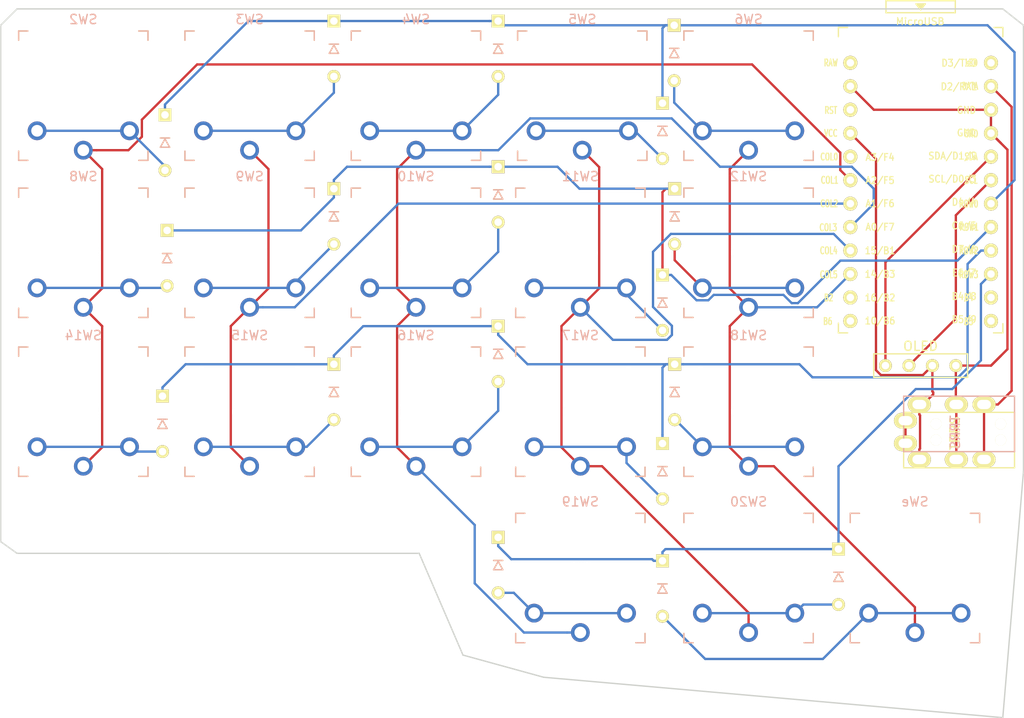
<source format=kicad_pcb>
(kicad_pcb (version 20171130) (host pcbnew "(5.1.5-0-10_14)")

  (general
    (thickness 1.6)
    (drawings 12)
    (tracks 257)
    (zones 0)
    (modules 39)
    (nets 42)
  )

  (page A4)
  (title_block
    (title "Corne Light")
    (date 2018-12-26)
    (rev 2.1)
    (company foostan)
  )

  (layers
    (0 F.Cu signal)
    (31 B.Cu signal)
    (32 B.Adhes user)
    (33 F.Adhes user)
    (34 B.Paste user hide)
    (35 F.Paste user)
    (36 B.SilkS user hide)
    (37 F.SilkS user hide)
    (38 B.Mask user hide)
    (39 F.Mask user hide)
    (40 Dwgs.User user)
    (41 Cmts.User user)
    (42 Eco1.User user)
    (43 Eco2.User user hide)
    (44 Edge.Cuts user)
    (45 Margin user)
    (46 B.CrtYd user)
    (47 F.CrtYd user)
    (48 B.Fab user hide)
    (49 F.Fab user)
  )

  (setup
    (last_trace_width 0.25)
    (user_trace_width 0.5)
    (trace_clearance 0.2)
    (zone_clearance 0.508)
    (zone_45_only no)
    (trace_min 0.2)
    (via_size 0.6)
    (via_drill 0.4)
    (via_min_size 0.4)
    (via_min_drill 0.3)
    (uvia_size 0.3)
    (uvia_drill 0.1)
    (uvias_allowed no)
    (uvia_min_size 0.2)
    (uvia_min_drill 0.1)
    (edge_width 0.15)
    (segment_width 0.15)
    (pcb_text_width 0.3)
    (pcb_text_size 1.5 1.5)
    (mod_edge_width 0.15)
    (mod_text_size 1 1)
    (mod_text_width 0.15)
    (pad_size 1.397 1.397)
    (pad_drill 0.8128)
    (pad_to_mask_clearance 0.2)
    (aux_axis_origin 145.73 12.66)
    (visible_elements FFFFEFFF)
    (pcbplotparams
      (layerselection 0x010f0_ffffffff)
      (usegerberextensions true)
      (usegerberattributes false)
      (usegerberadvancedattributes false)
      (creategerberjobfile false)
      (excludeedgelayer true)
      (linewidth 0.100000)
      (plotframeref false)
      (viasonmask false)
      (mode 1)
      (useauxorigin false)
      (hpglpennumber 1)
      (hpglpenspeed 20)
      (hpglpendiameter 15.000000)
      (psnegative false)
      (psa4output false)
      (plotreference true)
      (plotvalue true)
      (plotinvisibletext false)
      (padsonsilk false)
      (subtractmaskfromsilk false)
      (outputformat 1)
      (mirror false)
      (drillshape 0)
      (scaleselection 1)
      (outputdirectory "gerber/"))
  )

  (net 0 "")
  (net 1 row0)
  (net 2 row1)
  (net 3 "Net-(D2-Pad2)")
  (net 4 row2)
  (net 5 "Net-(D3-Pad2)")
  (net 6 row3)
  (net 7 "Net-(D4-Pad2)")
  (net 8 "Net-(D5-Pad2)")
  (net 9 "Net-(D6-Pad2)")
  (net 10 "Net-(D8-Pad2)")
  (net 11 "Net-(D9-Pad2)")
  (net 12 "Net-(D10-Pad2)")
  (net 13 "Net-(D11-Pad2)")
  (net 14 "Net-(D12-Pad2)")
  (net 15 "Net-(D14-Pad2)")
  (net 16 "Net-(D15-Pad2)")
  (net 17 "Net-(D16-Pad2)")
  (net 18 "Net-(D17-Pad2)")
  (net 19 "Net-(D18-Pad2)")
  (net 20 "Net-(D19-Pad2)")
  (net 21 "Net-(D20-Pad2)")
  (net 22 "Net-(D21-Pad2)")
  (net 23 GND)
  (net 24 VCC)
  (net 25 col0)
  (net 26 col1)
  (net 27 col2)
  (net 28 col3)
  (net 29 col4)
  (net 30 col5)
  (net 31 LED)
  (net 32 data)
  (net 33 reset)
  (net 34 SCL)
  (net 35 SDA)
  (net 36 "Net-(U1-Pad14)")
  (net 37 "Net-(U1-Pad13)")
  (net 38 "Net-(U1-Pad12)")
  (net 39 "Net-(U1-Pad11)")
  (net 40 "Net-(J1-PadA)")
  (net 41 "Net-(U1-Pad24)")

  (net_class Default "これは標準のネット クラスです。"
    (clearance 0.2)
    (trace_width 0.25)
    (via_dia 0.6)
    (via_drill 0.4)
    (uvia_dia 0.3)
    (uvia_drill 0.1)
    (add_net GND)
    (add_net LED)
    (add_net "Net-(D10-Pad2)")
    (add_net "Net-(D11-Pad2)")
    (add_net "Net-(D12-Pad2)")
    (add_net "Net-(D14-Pad2)")
    (add_net "Net-(D15-Pad2)")
    (add_net "Net-(D16-Pad2)")
    (add_net "Net-(D17-Pad2)")
    (add_net "Net-(D18-Pad2)")
    (add_net "Net-(D19-Pad2)")
    (add_net "Net-(D2-Pad2)")
    (add_net "Net-(D20-Pad2)")
    (add_net "Net-(D21-Pad2)")
    (add_net "Net-(D3-Pad2)")
    (add_net "Net-(D4-Pad2)")
    (add_net "Net-(D5-Pad2)")
    (add_net "Net-(D6-Pad2)")
    (add_net "Net-(D8-Pad2)")
    (add_net "Net-(D9-Pad2)")
    (add_net "Net-(J1-PadA)")
    (add_net "Net-(U1-Pad11)")
    (add_net "Net-(U1-Pad12)")
    (add_net "Net-(U1-Pad13)")
    (add_net "Net-(U1-Pad14)")
    (add_net "Net-(U1-Pad24)")
    (add_net SCL)
    (add_net SDA)
    (add_net VCC)
    (add_net col0)
    (add_net col1)
    (add_net col2)
    (add_net col3)
    (add_net col4)
    (add_net col5)
    (add_net data)
    (add_net reset)
    (add_net row0)
    (add_net row1)
    (add_net row2)
    (add_net row3)
  )

  (module foostan:OLED_1side (layer F.Cu) (tedit 5E862E55) (tstamp 5E8684DB)
    (at 130.81 59.69)
    (descr "Connecteur 6 pins")
    (tags "CONN DEV")
    (path /5A91DA4B)
    (fp_text reference J2 (at 3.7 2.1 180) (layer F.Fab)
      (effects (font (size 0.8128 0.8128) (thickness 0.15)))
    )
    (fp_text value OLED (at 3.6 3.3) (layer F.SilkS) hide
      (effects (font (size 0.8128 0.8128) (thickness 0.15)))
    )
    (fp_text user OLED (at 3.8 -2.1) (layer F.SilkS)
      (effects (font (size 1 1) (thickness 0.15)))
    )
    (fp_line (start -1.27 1.27) (end -1.27 -1.27) (layer F.SilkS) (width 0.15))
    (fp_line (start 8.89 -1.27) (end 8.89 1.27) (layer F.SilkS) (width 0.15))
    (fp_line (start -1.27 -1.27) (end 8.89 -1.27) (layer F.SilkS) (width 0.15))
    (fp_line (start -1.27 1.27) (end 8.89 1.27) (layer F.SilkS) (width 0.15))
    (pad 4 thru_hole circle (at 7.62 0) (size 1.397 1.397) (drill 0.8128) (layers *.Cu *.Mask F.SilkS)
      (net 23 GND))
    (pad 3 thru_hole circle (at 5.08 0) (size 1.397 1.397) (drill 0.8128) (layers *.Cu *.Mask F.SilkS)
      (net 24 VCC))
    (pad 2 thru_hole circle (at 2.54 0) (size 1.397 1.397) (drill 0.8128) (layers *.Cu *.Mask F.SilkS)
      (net 34 SCL))
    (pad 1 thru_hole circle (at 0 0) (size 1.397 1.397) (drill 0.8128) (layers *.Cu *.Mask F.SilkS)
      (net 35 SDA))
  )

  (module "Choc Footprints:SW_PG1350_reversible" (layer F.Cu) (tedit 5DD501D8) (tstamp 5C238820)
    (at 97.79 82.68)
    (descr "Kailh \"Choc\" PG1350 keyswitch, able to be mounted on front or back of PCB")
    (tags kailh,choc)
    (path /5A5E37EC)
    (fp_text reference SW19 (at 4.6 6 180) (layer Dwgs.User) hide
      (effects (font (size 1 1) (thickness 0.15)))
    )
    (fp_text value SW_PUSH (at -0.5 6 180) (layer Dwgs.User) hide
      (effects (font (size 1 1) (thickness 0.15)))
    )
    (fp_text user %R (at 0 0) (layer F.Fab)
      (effects (font (size 1 1) (thickness 0.15)))
    )
    (fp_text user %R (at 0 0) (layer F.Fab)
      (effects (font (size 1 1) (thickness 0.15)))
    )
    (fp_line (start -7.5 7.5) (end -7.5 -7.5) (layer F.Fab) (width 0.15))
    (fp_line (start 7.5 -7.5) (end 7.5 7.5) (layer F.Fab) (width 0.15))
    (fp_line (start 7.5 7.5) (end -7.5 7.5) (layer F.Fab) (width 0.15))
    (fp_line (start -7.5 -7.5) (end 7.5 -7.5) (layer F.Fab) (width 0.15))
    (fp_text user %V (at 0 8.255) (layer B.Fab)
      (effects (font (size 1 1) (thickness 0.15)) (justify mirror))
    )
    (fp_text user %R (at 0 -8.255) (layer B.SilkS)
      (effects (font (size 1 1) (thickness 0.15)) (justify mirror))
    )
    (fp_line (start -7.5 7.5) (end -7.5 -7.5) (layer B.Fab) (width 0.15))
    (fp_line (start 7.5 7.5) (end -7.5 7.5) (layer B.Fab) (width 0.15))
    (fp_line (start 7.5 -7.5) (end 7.5 7.5) (layer B.Fab) (width 0.15))
    (fp_line (start -7.5 -7.5) (end 7.5 -7.5) (layer B.Fab) (width 0.15))
    (fp_line (start -6.9 6.9) (end -6.9 -6.9) (layer Eco2.User) (width 0.15))
    (fp_line (start 6.9 -6.9) (end 6.9 6.9) (layer Eco2.User) (width 0.15))
    (fp_line (start 6.9 -6.9) (end -6.9 -6.9) (layer Eco2.User) (width 0.15))
    (fp_line (start -6.9 6.9) (end 6.9 6.9) (layer Eco2.User) (width 0.15))
    (fp_line (start 7 -7) (end 7 -6) (layer B.SilkS) (width 0.15))
    (fp_line (start 6 -7) (end 7 -7) (layer B.SilkS) (width 0.15))
    (fp_line (start 7 7) (end 6 7) (layer B.SilkS) (width 0.15))
    (fp_line (start 7 6) (end 7 7) (layer B.SilkS) (width 0.15))
    (fp_line (start -7 7) (end -7 6) (layer B.SilkS) (width 0.15))
    (fp_line (start -6 7) (end -7 7) (layer B.SilkS) (width 0.15))
    (fp_line (start -7 -7) (end -6 -7) (layer B.SilkS) (width 0.15))
    (fp_line (start -7 -6) (end -7 -7) (layer B.SilkS) (width 0.15))
    (fp_line (start -2.6 -3.1) (end -2.6 -6.3) (layer Eco2.User) (width 0.15))
    (fp_line (start 2.6 -6.3) (end -2.6 -6.3) (layer Eco2.User) (width 0.15))
    (fp_line (start 2.6 -3.1) (end 2.6 -6.3) (layer Eco2.User) (width 0.15))
    (fp_line (start -2.6 -3.1) (end 2.6 -3.1) (layer Eco2.User) (width 0.15))
    (fp_line (start -7 -7) (end -6 -7) (layer F.SilkS) (width 0.15))
    (fp_line (start -7 -6) (end -7 -7) (layer F.SilkS) (width 0.15))
    (fp_line (start -7 7) (end -7 6) (layer F.SilkS) (width 0.15))
    (fp_line (start -6 7) (end -7 7) (layer F.SilkS) (width 0.15))
    (fp_line (start 7 7) (end 6 7) (layer F.SilkS) (width 0.15))
    (fp_line (start 7 6) (end 7 7) (layer F.SilkS) (width 0.15))
    (fp_line (start 7 -7) (end 7 -6) (layer F.SilkS) (width 0.15))
    (fp_line (start 6 -7) (end 7 -7) (layer F.SilkS) (width 0.15))
    (pad "" np_thru_hole circle (at -5.5 0) (size 1.7018 1.7018) (drill 1.7018) (layers *.Cu *.Mask))
    (pad "" np_thru_hole circle (at 5.5 0) (size 1.7018 1.7018) (drill 1.7018) (layers *.Cu *.Mask))
    (pad "" np_thru_hole circle (at 5.22 -4.2) (size 0.9906 0.9906) (drill 0.9906) (layers *.Cu *.Mask))
    (pad 1 thru_hole circle (at 0 5.9) (size 2.032 2.032) (drill 1.27) (layers *.Cu *.Mask)
      (net 28 col3))
    (pad 2 thru_hole circle (at -5 3.8) (size 2.032 2.032) (drill 1.27) (layers *.Cu *.Mask)
      (net 20 "Net-(D19-Pad2)"))
    (pad "" np_thru_hole circle (at 0 0) (size 3.429 3.429) (drill 3.429) (layers *.Cu *.Mask))
    (pad 2 thru_hole circle (at 5 3.8) (size 2.032 2.032) (drill 1.27) (layers *.Cu *.Mask)
      (net 20 "Net-(D19-Pad2)"))
    (pad "" np_thru_hole circle (at -5.22 -4.2) (size 0.9906 0.9906) (drill 0.9906) (layers *.Cu *.Mask))
  )

  (module "Choc Footprints:SW_PG1350_reversible" (layer F.Cu) (tedit 5DD501D8) (tstamp 5C23884C)
    (at 134 82.68)
    (descr "Kailh \"Choc\" PG1350 keyswitch, able to be mounted on front or back of PCB")
    (tags kailh,choc)
    (path /5A5E37B0)
    (fp_text reference SWe (at 4.6 6 180) (layer Dwgs.User) hide
      (effects (font (size 1 1) (thickness 0.15)))
    )
    (fp_text value SW_PUSH (at -0.5 6 180) (layer Dwgs.User) hide
      (effects (font (size 1 1) (thickness 0.15)))
    )
    (fp_line (start 6 -7) (end 7 -7) (layer F.SilkS) (width 0.15))
    (fp_line (start 7 -7) (end 7 -6) (layer F.SilkS) (width 0.15))
    (fp_line (start 7 6) (end 7 7) (layer F.SilkS) (width 0.15))
    (fp_line (start 7 7) (end 6 7) (layer F.SilkS) (width 0.15))
    (fp_line (start -6 7) (end -7 7) (layer F.SilkS) (width 0.15))
    (fp_line (start -7 7) (end -7 6) (layer F.SilkS) (width 0.15))
    (fp_line (start -7 -6) (end -7 -7) (layer F.SilkS) (width 0.15))
    (fp_line (start -7 -7) (end -6 -7) (layer F.SilkS) (width 0.15))
    (fp_line (start -2.6 -3.1) (end 2.6 -3.1) (layer Eco2.User) (width 0.15))
    (fp_line (start 2.6 -3.1) (end 2.6 -6.3) (layer Eco2.User) (width 0.15))
    (fp_line (start 2.6 -6.3) (end -2.6 -6.3) (layer Eco2.User) (width 0.15))
    (fp_line (start -2.6 -3.1) (end -2.6 -6.3) (layer Eco2.User) (width 0.15))
    (fp_line (start -7 -6) (end -7 -7) (layer B.SilkS) (width 0.15))
    (fp_line (start -7 -7) (end -6 -7) (layer B.SilkS) (width 0.15))
    (fp_line (start -6 7) (end -7 7) (layer B.SilkS) (width 0.15))
    (fp_line (start -7 7) (end -7 6) (layer B.SilkS) (width 0.15))
    (fp_line (start 7 6) (end 7 7) (layer B.SilkS) (width 0.15))
    (fp_line (start 7 7) (end 6 7) (layer B.SilkS) (width 0.15))
    (fp_line (start 6 -7) (end 7 -7) (layer B.SilkS) (width 0.15))
    (fp_line (start 7 -7) (end 7 -6) (layer B.SilkS) (width 0.15))
    (fp_line (start -6.9 6.9) (end 6.9 6.9) (layer Eco2.User) (width 0.15))
    (fp_line (start 6.9 -6.9) (end -6.9 -6.9) (layer Eco2.User) (width 0.15))
    (fp_line (start 6.9 -6.9) (end 6.9 6.9) (layer Eco2.User) (width 0.15))
    (fp_line (start -6.9 6.9) (end -6.9 -6.9) (layer Eco2.User) (width 0.15))
    (fp_line (start -7.5 -7.5) (end 7.5 -7.5) (layer B.Fab) (width 0.15))
    (fp_line (start 7.5 -7.5) (end 7.5 7.5) (layer B.Fab) (width 0.15))
    (fp_line (start 7.5 7.5) (end -7.5 7.5) (layer B.Fab) (width 0.15))
    (fp_line (start -7.5 7.5) (end -7.5 -7.5) (layer B.Fab) (width 0.15))
    (fp_text user %R (at 0 -8.255) (layer B.SilkS)
      (effects (font (size 1 1) (thickness 0.15)) (justify mirror))
    )
    (fp_text user %V (at 0 8.255) (layer B.Fab)
      (effects (font (size 1 1) (thickness 0.15)) (justify mirror))
    )
    (fp_line (start -7.5 -7.5) (end 7.5 -7.5) (layer F.Fab) (width 0.15))
    (fp_line (start 7.5 7.5) (end -7.5 7.5) (layer F.Fab) (width 0.15))
    (fp_line (start 7.5 -7.5) (end 7.5 7.5) (layer F.Fab) (width 0.15))
    (fp_line (start -7.5 7.5) (end -7.5 -7.5) (layer F.Fab) (width 0.15))
    (fp_text user %R (at 0 0) (layer F.Fab)
      (effects (font (size 1 1) (thickness 0.15)))
    )
    (fp_text user %R (at 0 0) (layer B.Fab)
      (effects (font (size 1 1) (thickness 0.15)) (justify mirror))
    )
    (pad "" np_thru_hole circle (at -5.22 -4.2) (size 0.9906 0.9906) (drill 0.9906) (layers *.Cu *.Mask))
    (pad 2 thru_hole circle (at 5 3.8) (size 2.032 2.032) (drill 1.27) (layers *.Cu *.Mask)
      (net 22 "Net-(D21-Pad2)"))
    (pad "" np_thru_hole circle (at 0 0) (size 3.429 3.429) (drill 3.429) (layers *.Cu *.Mask))
    (pad 2 thru_hole circle (at -5 3.8) (size 2.032 2.032) (drill 1.27) (layers *.Cu *.Mask)
      (net 22 "Net-(D21-Pad2)"))
    (pad 1 thru_hole circle (at 0 5.9) (size 2.032 2.032) (drill 1.27) (layers *.Cu *.Mask)
      (net 30 col5))
    (pad "" np_thru_hole circle (at 5.22 -4.2) (size 0.9906 0.9906) (drill 0.9906) (layers *.Cu *.Mask))
    (pad "" np_thru_hole circle (at 5.5 0) (size 1.7018 1.7018) (drill 1.7018) (layers *.Cu *.Mask))
    (pad "" np_thru_hole circle (at -5.5 0) (size 1.7018 1.7018) (drill 1.7018) (layers *.Cu *.Mask))
  )

  (module kbd:ProMicro_v3 (layer F.Cu) (tedit 5E3AA86E) (tstamp 5C238F3C)
    (at 134.62 41.4)
    (path /5A5E14C2)
    (fp_text reference U1 (at -0.1 -0.05 270) (layer F.SilkS) hide
      (effects (font (size 1 1) (thickness 0.15)))
    )
    (fp_text value ProMicro (at -0.45 -17) (layer F.Fab) hide
      (effects (font (size 1 1) (thickness 0.15)))
    )
    (fp_line (start 8.9 14.75) (end 7.89 14.75) (layer F.SilkS) (width 0.15))
    (fp_line (start -8.9 14.75) (end -7.9 14.75) (layer F.SilkS) (width 0.15))
    (fp_line (start 8.9 13.75) (end 8.9 14.75) (layer F.SilkS) (width 0.15))
    (fp_line (start -8.9 13.7) (end -8.9 14.75) (layer F.SilkS) (width 0.15))
    (fp_line (start 8.9 -18.3) (end 7.95 -18.3) (layer F.SilkS) (width 0.15))
    (fp_line (start -8.9 -18.3) (end -7.9 -18.3) (layer F.SilkS) (width 0.15))
    (fp_line (start 8.9 -18.3) (end 8.9 -17.3) (layer F.SilkS) (width 0.15))
    (fp_line (start -8.9 -18.3) (end -8.9 -17.3) (layer F.SilkS) (width 0.15))
    (fp_text user "" (at -1.2065 -16.256) (layer B.SilkS)
      (effects (font (size 1 1) (thickness 0.15)) (justify mirror))
    )
    (fp_text user "" (at -0.545 -17.4) (layer F.SilkS)
      (effects (font (size 1 1) (thickness 0.15)))
    )
    (fp_line (start -8.9 14.75) (end -8.9 -18.3) (layer F.Fab) (width 0.15))
    (fp_line (start 8.9 14.75) (end -8.9 14.75) (layer F.Fab) (width 0.15))
    (fp_line (start 8.9 -18.3) (end 8.9 14.75) (layer F.Fab) (width 0.15))
    (fp_line (start -8.9 -18.3) (end -3.75 -18.3) (layer F.Fab) (width 0.15))
    (fp_text user RAW (at -9.7155 -14.478 unlocked) (layer F.SilkS)
      (effects (font (size 0.75 0.5) (thickness 0.125)))
    )
    (fp_text user GND (at 5.461 -6.7945 unlocked) (layer F.SilkS)
      (effects (font (size 0.75 0.5) (thickness 0.125)))
    )
    (fp_text user RST (at -9.7155 -9.3345 unlocked) (layer F.SilkS)
      (effects (font (size 0.75 0.5) (thickness 0.125)))
    )
    (fp_text user VCC (at -9.7155 -6.858 unlocked) (layer F.SilkS)
      (effects (font (size 0.75 0.5) (thickness 0.125)))
    )
    (fp_text user A3/F4 (at -4.395 -4.25 unlocked) (layer F.SilkS)
      (effects (font (size 0.75 0.67) (thickness 0.125)))
    )
    (fp_text user A2/F5 (at -4.395 -1.75 unlocked) (layer F.SilkS)
      (effects (font (size 0.75 0.67) (thickness 0.125)))
    )
    (fp_text user A1/F6 (at -4.395 0.75 unlocked) (layer F.SilkS)
      (effects (font (size 0.75 0.67) (thickness 0.125)))
    )
    (fp_text user A0/F7 (at -4.395 3.3 unlocked) (layer F.SilkS)
      (effects (font (size 0.75 0.67) (thickness 0.125)))
    )
    (fp_text user 15/B1 (at -4.395 5.85 unlocked) (layer F.SilkS)
      (effects (font (size 0.75 0.67) (thickness 0.125)))
    )
    (fp_text user 14/B3 (at -4.395 8.4 unlocked) (layer F.SilkS)
      (effects (font (size 0.75 0.67) (thickness 0.125)))
    )
    (fp_text user 10/B6 (at -4.395 13.45 unlocked) (layer F.SilkS)
      (effects (font (size 0.75 0.67) (thickness 0.125)))
    )
    (fp_text user 16/B2 (at -4.395 10.95 unlocked) (layer F.SilkS)
      (effects (font (size 0.75 0.67) (thickness 0.125)))
    )
    (fp_text user E6/7 (at 4.705 8.25 unlocked) (layer F.SilkS)
      (effects (font (size 0.75 0.67) (thickness 0.125)))
    )
    (fp_text user D7/6 (at 4.705 5.7 unlocked) (layer F.SilkS)
      (effects (font (size 0.75 0.67) (thickness 0.125)))
    )
    (fp_text user GND (at 4.955 -9.35 unlocked) (layer F.SilkS)
      (effects (font (size 0.75 0.67) (thickness 0.125)))
    )
    (fp_text user GND (at 4.955 -6.9 unlocked) (layer F.SilkS)
      (effects (font (size 0.75 0.67) (thickness 0.125)))
    )
    (fp_text user D3/TX0 (at 4.155 -14.45 unlocked) (layer F.SilkS)
      (effects (font (size 0.75 0.67) (thickness 0.125)))
    )
    (fp_text user D4/4 (at 4.705 0.6 unlocked) (layer F.SilkS)
      (effects (font (size 0.75 0.67) (thickness 0.125)))
    )
    (fp_text user SDA/D1/2 (at 3.455 -4.4 unlocked) (layer F.SilkS)
      (effects (font (size 0.75 0.67) (thickness 0.125)))
    )
    (fp_text user SCL/D0/3 (at 3.455 -1.9 unlocked) (layer F.SilkS)
      (effects (font (size 0.75 0.67) (thickness 0.125)))
    )
    (fp_text user C6/5 (at 4.705 3.15 unlocked) (layer F.SilkS)
      (effects (font (size 0.75 0.67) (thickness 0.125)))
    )
    (fp_text user B5/9 (at 4.705 13.3 unlocked) (layer F.SilkS)
      (effects (font (size 0.75 0.67) (thickness 0.125)))
    )
    (fp_text user D2/RX1 (at 4.155 -11.9 unlocked) (layer F.SilkS)
      (effects (font (size 0.75 0.67) (thickness 0.125)))
    )
    (fp_text user B4/8 (at 4.705 10.8 unlocked) (layer F.SilkS)
      (effects (font (size 0.75 0.67) (thickness 0.125)))
    )
    (fp_line (start -3.75 -19.6) (end 3.75 -19.6) (layer F.Fab) (width 0.15))
    (fp_line (start 3.75 -19.6) (end 3.75 -18.3) (layer F.Fab) (width 0.15))
    (fp_line (start -3.75 -19.6) (end -3.75 -18.299039) (layer F.Fab) (width 0.15))
    (fp_line (start -3.75 -18.3) (end 3.75 -18.3) (layer F.Fab) (width 0.15))
    (fp_line (start 3.76 -18.3) (end 8.9 -18.3) (layer F.Fab) (width 0.15))
    (fp_line (start -3.75 -21.2) (end -3.75 -19.9) (layer F.SilkS) (width 0.15))
    (fp_line (start -3.75 -19.9) (end 3.75 -19.9) (layer F.SilkS) (width 0.15))
    (fp_line (start 3.75 -19.9) (end 3.75 -21.2) (layer F.SilkS) (width 0.15))
    (fp_line (start 3.75 -21.2) (end -3.75 -21.2) (layer F.SilkS) (width 0.15))
    (fp_line (start -0.5 -20.85) (end 0.5 -20.85) (layer F.SilkS) (width 0.15))
    (fp_line (start 0.5 -20.85) (end 0 -20.2) (layer F.SilkS) (width 0.15))
    (fp_line (start 0 -20.2) (end -0.5 -20.85) (layer F.SilkS) (width 0.15))
    (fp_line (start -0.35 -20.7) (end 0.35 -20.7) (layer F.SilkS) (width 0.15))
    (fp_line (start -0.25 -20.55) (end 0.25 -20.55) (layer F.SilkS) (width 0.15))
    (fp_line (start -0.15 -20.4) (end 0.15 -20.4) (layer F.SilkS) (width 0.15))
    (fp_text user MicroUSB (at -0.05 -18.95) (layer F.SilkS)
      (effects (font (size 0.75 0.75) (thickness 0.12)))
    )
    (fp_text user LED (at 5.5 -14.478) (layer F.SilkS)
      (effects (font (size 0.75 0.5) (thickness 0.125)))
    )
    (fp_text user DATA (at 5.35 -11.95) (layer F.SilkS)
      (effects (font (size 0.75 0.5) (thickness 0.125)))
    )
    (fp_text user COL3 (at -10 3.35) (layer F.SilkS)
      (effects (font (size 0.75 0.5) (thickness 0.125)))
    )
    (fp_text user ROW0 (at 5.2 0.8) (layer F.SilkS)
      (effects (font (size 0.75 0.5) (thickness 0.125)))
    )
    (fp_text user COL2 (at -9.9 0.762) (layer F.SilkS)
      (effects (font (size 0.75 0.5) (thickness 0.125)))
    )
    (fp_text user SCL (at 5.461 -1.778) (layer F.SilkS)
      (effects (font (size 0.75 0.5) (thickness 0.125)))
    )
    (fp_text user COL1 (at -9.85 -1.778) (layer F.SilkS)
      (effects (font (size 0.75 0.5) (thickness 0.125)))
    )
    (fp_text user SDA (at 5.461 -4.318) (layer F.SilkS)
      (effects (font (size 0.75 0.5) (thickness 0.125)))
    )
    (fp_text user COL0 (at -9.9 -4.3) (layer F.SilkS)
      (effects (font (size 0.75 0.5) (thickness 0.125)))
    )
    (fp_text user B6 (at -10.05 13.5) (layer F.SilkS)
      (effects (font (size 0.75 0.5) (thickness 0.125)))
    )
    (fp_text user B5 (at 5.2 13.5255) (layer F.SilkS)
      (effects (font (size 0.75 0.5) (thickness 0.125)))
    )
    (fp_text user B4 (at 5.2 10.922) (layer F.SilkS)
      (effects (font (size 0.75 0.5) (thickness 0.125)))
    )
    (fp_text user B2 (at -9.95 10.95) (layer F.SilkS)
      (effects (font (size 0.75 0.5) (thickness 0.125)))
    )
    (fp_text user ROW3 (at 5.2 8.4455) (layer F.SilkS)
      (effects (font (size 0.75 0.5) (thickness 0.125)))
    )
    (fp_text user COL5 (at -9.95 8.4455) (layer F.SilkS)
      (effects (font (size 0.75 0.5) (thickness 0.125)))
    )
    (fp_text user ROW2 (at 5.2 5.85) (layer F.SilkS)
      (effects (font (size 0.75 0.5) (thickness 0.125)))
    )
    (fp_text user COL4 (at -9.95 5.85) (layer F.SilkS)
      (effects (font (size 0.75 0.5) (thickness 0.125)))
    )
    (fp_text user ROW1 (at 5.25 3.302) (layer F.SilkS)
      (effects (font (size 0.75 0.5) (thickness 0.125)))
    )
    (pad 24 thru_hole circle (at -7.6086 -14.478) (size 1.524 1.524) (drill 0.8128) (layers *.Cu *.Mask F.SilkS)
      (net 41 "Net-(U1-Pad24)"))
    (pad 23 thru_hole circle (at -7.6086 -11.938) (size 1.524 1.524) (drill 0.8128) (layers *.Cu *.Mask F.SilkS)
      (net 23 GND))
    (pad 22 thru_hole circle (at -7.6086 -9.398) (size 1.524 1.524) (drill 0.8128) (layers *.Cu *.Mask F.SilkS)
      (net 33 reset))
    (pad 21 thru_hole circle (at -7.6086 -6.858) (size 1.524 1.524) (drill 0.8128) (layers *.Cu *.Mask F.SilkS)
      (net 24 VCC))
    (pad 20 thru_hole circle (at -7.6086 -4.318) (size 1.524 1.524) (drill 0.8128) (layers *.Cu *.Mask F.SilkS)
      (net 25 col0))
    (pad 19 thru_hole circle (at -7.6086 -1.778) (size 1.524 1.524) (drill 0.8128) (layers *.Cu *.Mask F.SilkS)
      (net 26 col1))
    (pad 18 thru_hole circle (at -7.6086 0.762) (size 1.524 1.524) (drill 0.8128) (layers *.Cu *.Mask F.SilkS)
      (net 27 col2))
    (pad 17 thru_hole circle (at -7.6086 3.302) (size 1.524 1.524) (drill 0.8128) (layers *.Cu *.Mask F.SilkS)
      (net 28 col3))
    (pad 16 thru_hole circle (at -7.6086 5.842) (size 1.524 1.524) (drill 0.8128) (layers *.Cu *.Mask F.SilkS)
      (net 29 col4))
    (pad 15 thru_hole circle (at -7.6086 8.382) (size 1.524 1.524) (drill 0.8128) (layers *.Cu *.Mask F.SilkS)
      (net 30 col5))
    (pad 14 thru_hole circle (at -7.6086 10.922) (size 1.524 1.524) (drill 0.8128) (layers *.Cu *.Mask F.SilkS)
      (net 36 "Net-(U1-Pad14)"))
    (pad 13 thru_hole circle (at -7.6086 13.462) (size 1.524 1.524) (drill 0.8128) (layers *.Cu *.Mask F.SilkS)
      (net 37 "Net-(U1-Pad13)"))
    (pad 12 thru_hole circle (at 7.6114 13.462) (size 1.524 1.524) (drill 0.8128) (layers *.Cu *.Mask F.SilkS)
      (net 38 "Net-(U1-Pad12)"))
    (pad 11 thru_hole circle (at 7.6114 10.922) (size 1.524 1.524) (drill 0.8128) (layers *.Cu *.Mask F.SilkS)
      (net 39 "Net-(U1-Pad11)"))
    (pad 10 thru_hole circle (at 7.6114 8.382) (size 1.524 1.524) (drill 0.8128) (layers *.Cu *.Mask F.SilkS)
      (net 6 row3))
    (pad 9 thru_hole circle (at 7.6114 5.842) (size 1.524 1.524) (drill 0.8128) (layers *.Cu *.Mask F.SilkS)
      (net 4 row2))
    (pad 8 thru_hole circle (at 7.6114 3.302) (size 1.524 1.524) (drill 0.8128) (layers *.Cu *.Mask F.SilkS)
      (net 2 row1))
    (pad 7 thru_hole circle (at 7.6114 0.762) (size 1.524 1.524) (drill 0.8128) (layers *.Cu *.Mask F.SilkS)
      (net 1 row0))
    (pad 6 thru_hole circle (at 7.6114 -1.778) (size 1.524 1.524) (drill 0.8128) (layers *.Cu *.Mask F.SilkS)
      (net 34 SCL))
    (pad 5 thru_hole circle (at 7.6114 -4.318) (size 1.524 1.524) (drill 0.8128) (layers *.Cu *.Mask F.SilkS)
      (net 35 SDA))
    (pad 4 thru_hole circle (at 7.6114 -6.858) (size 1.524 1.524) (drill 0.8128) (layers *.Cu *.Mask F.SilkS)
      (net 23 GND))
    (pad 3 thru_hole circle (at 7.6114 -9.398) (size 1.524 1.524) (drill 0.8128) (layers *.Cu *.Mask F.SilkS)
      (net 23 GND))
    (pad 2 thru_hole circle (at 7.6114 -11.938) (size 1.524 1.524) (drill 0.8128) (layers *.Cu *.Mask F.SilkS)
      (net 32 data))
    (pad 1 thru_hole circle (at 7.6114 -14.478) (size 1.524 1.524) (drill 0.8128) (layers *.Cu *.Mask F.SilkS)
      (net 31 LED))
  )

  (module "Choc Footprints:SW_PG1350_reversible" (layer F.Cu) (tedit 5DD501D8) (tstamp 5C238836)
    (at 116 82.68)
    (descr "Kailh \"Choc\" PG1350 keyswitch, able to be mounted on front or back of PCB")
    (tags kailh,choc)
    (path /5A5E37A4)
    (fp_text reference SW20 (at 4.600001 6) (layer Dwgs.User) hide
      (effects (font (size 1 1) (thickness 0.15)))
    )
    (fp_text value SW_PUSH (at -0.5 6) (layer Dwgs.User) hide
      (effects (font (size 1 1) (thickness 0.15)))
    )
    (fp_text user %R (at 0 0) (layer F.Fab)
      (effects (font (size 1 1) (thickness 0.15)))
    )
    (fp_text user %R (at 0 0) (layer F.Fab)
      (effects (font (size 1 1) (thickness 0.15)))
    )
    (fp_line (start -7.5 7.5) (end -7.5 -7.5) (layer F.Fab) (width 0.15))
    (fp_line (start 7.5 -7.5) (end 7.5 7.5) (layer F.Fab) (width 0.15))
    (fp_line (start 7.5 7.5) (end -7.5 7.5) (layer F.Fab) (width 0.15))
    (fp_line (start -7.5 -7.5) (end 7.5 -7.5) (layer F.Fab) (width 0.15))
    (fp_text user %V (at 0 8.255) (layer B.Fab)
      (effects (font (size 1 1) (thickness 0.15)) (justify mirror))
    )
    (fp_text user %R (at 0 -8.255) (layer B.SilkS)
      (effects (font (size 1 1) (thickness 0.15)) (justify mirror))
    )
    (fp_line (start -7.5 7.5) (end -7.5 -7.5) (layer B.Fab) (width 0.15))
    (fp_line (start 7.5 7.5) (end -7.5 7.5) (layer B.Fab) (width 0.15))
    (fp_line (start 7.5 -7.5) (end 7.5 7.5) (layer B.Fab) (width 0.15))
    (fp_line (start -7.5 -7.5) (end 7.5 -7.5) (layer B.Fab) (width 0.15))
    (fp_line (start -6.9 6.9) (end -6.9 -6.9) (layer Eco2.User) (width 0.15))
    (fp_line (start 6.9 -6.9) (end 6.9 6.9) (layer Eco2.User) (width 0.15))
    (fp_line (start 6.9 -6.9) (end -6.9 -6.9) (layer Eco2.User) (width 0.15))
    (fp_line (start -6.9 6.9) (end 6.9 6.9) (layer Eco2.User) (width 0.15))
    (fp_line (start 7 -7) (end 7 -6) (layer B.SilkS) (width 0.15))
    (fp_line (start 6 -7) (end 7 -7) (layer B.SilkS) (width 0.15))
    (fp_line (start 7 7) (end 6 7) (layer B.SilkS) (width 0.15))
    (fp_line (start 7 6) (end 7 7) (layer B.SilkS) (width 0.15))
    (fp_line (start -7 7) (end -7 6) (layer B.SilkS) (width 0.15))
    (fp_line (start -6 7) (end -7 7) (layer B.SilkS) (width 0.15))
    (fp_line (start -7 -7) (end -6 -7) (layer B.SilkS) (width 0.15))
    (fp_line (start -7 -6) (end -7 -7) (layer B.SilkS) (width 0.15))
    (fp_line (start -2.6 -3.1) (end -2.6 -6.3) (layer Eco2.User) (width 0.15))
    (fp_line (start 2.6 -6.3) (end -2.6 -6.3) (layer Eco2.User) (width 0.15))
    (fp_line (start 2.6 -3.1) (end 2.6 -6.3) (layer Eco2.User) (width 0.15))
    (fp_line (start -2.6 -3.1) (end 2.6 -3.1) (layer Eco2.User) (width 0.15))
    (fp_line (start -7 -7) (end -6 -7) (layer F.SilkS) (width 0.15))
    (fp_line (start -7 -6) (end -7 -7) (layer F.SilkS) (width 0.15))
    (fp_line (start -7 7) (end -7 6) (layer F.SilkS) (width 0.15))
    (fp_line (start -6 7) (end -7 7) (layer F.SilkS) (width 0.15))
    (fp_line (start 7 7) (end 6 7) (layer F.SilkS) (width 0.15))
    (fp_line (start 7 6) (end 7 7) (layer F.SilkS) (width 0.15))
    (fp_line (start 7 -7) (end 7 -6) (layer F.SilkS) (width 0.15))
    (fp_line (start 6 -7) (end 7 -7) (layer F.SilkS) (width 0.15))
    (pad "" np_thru_hole circle (at -5.5 0) (size 1.7018 1.7018) (drill 1.7018) (layers *.Cu *.Mask))
    (pad "" np_thru_hole circle (at 5.5 0) (size 1.7018 1.7018) (drill 1.7018) (layers *.Cu *.Mask))
    (pad "" np_thru_hole circle (at 5.22 -4.2) (size 0.9906 0.9906) (drill 0.9906) (layers *.Cu *.Mask))
    (pad 1 thru_hole circle (at 0 5.9) (size 2.032 2.032) (drill 1.27) (layers *.Cu *.Mask)
      (net 29 col4))
    (pad 2 thru_hole circle (at -5 3.8) (size 2.032 2.032) (drill 1.27) (layers *.Cu *.Mask)
      (net 21 "Net-(D20-Pad2)"))
    (pad "" np_thru_hole circle (at 0 0) (size 3.429 3.429) (drill 3.429) (layers *.Cu *.Mask))
    (pad 2 thru_hole circle (at 5 3.8) (size 2.032 2.032) (drill 1.27) (layers *.Cu *.Mask)
      (net 21 "Net-(D20-Pad2)"))
    (pad "" np_thru_hole circle (at -5.22 -4.2) (size 0.9906 0.9906) (drill 0.9906) (layers *.Cu *.Mask))
  )

  (module "Choc Footprints:SW_PG1350_reversible" (layer F.Cu) (tedit 5DD501D8) (tstamp 5C2387F4)
    (at 97.79 64.68)
    (descr "Kailh \"Choc\" PG1350 keyswitch, able to be mounted on front or back of PCB")
    (tags kailh,choc)
    (path /5A5E35CF)
    (fp_text reference SW17 (at 4.6 6 180) (layer Dwgs.User) hide
      (effects (font (size 1 1) (thickness 0.15)))
    )
    (fp_text value SW_PUSH (at -0.5 6 180) (layer Dwgs.User) hide
      (effects (font (size 1 1) (thickness 0.15)))
    )
    (fp_text user %R (at 0 0) (layer F.Fab)
      (effects (font (size 1 1) (thickness 0.15)))
    )
    (fp_text user %R (at 0 0) (layer F.Fab)
      (effects (font (size 1 1) (thickness 0.15)))
    )
    (fp_line (start -7.5 7.5) (end -7.5 -7.5) (layer F.Fab) (width 0.15))
    (fp_line (start 7.5 -7.5) (end 7.5 7.5) (layer F.Fab) (width 0.15))
    (fp_line (start 7.5 7.5) (end -7.5 7.5) (layer F.Fab) (width 0.15))
    (fp_line (start -7.5 -7.5) (end 7.5 -7.5) (layer F.Fab) (width 0.15))
    (fp_text user %V (at 0 8.255) (layer B.Fab)
      (effects (font (size 1 1) (thickness 0.15)) (justify mirror))
    )
    (fp_text user %R (at 0 -8.255) (layer B.SilkS)
      (effects (font (size 1 1) (thickness 0.15)) (justify mirror))
    )
    (fp_line (start -7.5 7.5) (end -7.5 -7.5) (layer B.Fab) (width 0.15))
    (fp_line (start 7.5 7.5) (end -7.5 7.5) (layer B.Fab) (width 0.15))
    (fp_line (start 7.5 -7.5) (end 7.5 7.5) (layer B.Fab) (width 0.15))
    (fp_line (start -7.5 -7.5) (end 7.5 -7.5) (layer B.Fab) (width 0.15))
    (fp_line (start -6.9 6.9) (end -6.9 -6.9) (layer Eco2.User) (width 0.15))
    (fp_line (start 6.9 -6.9) (end 6.9 6.9) (layer Eco2.User) (width 0.15))
    (fp_line (start 6.9 -6.9) (end -6.9 -6.9) (layer Eco2.User) (width 0.15))
    (fp_line (start -6.9 6.9) (end 6.9 6.9) (layer Eco2.User) (width 0.15))
    (fp_line (start 7 -7) (end 7 -6) (layer B.SilkS) (width 0.15))
    (fp_line (start 6 -7) (end 7 -7) (layer B.SilkS) (width 0.15))
    (fp_line (start 7 7) (end 6 7) (layer B.SilkS) (width 0.15))
    (fp_line (start 7 6) (end 7 7) (layer B.SilkS) (width 0.15))
    (fp_line (start -7 7) (end -7 6) (layer B.SilkS) (width 0.15))
    (fp_line (start -6 7) (end -7 7) (layer B.SilkS) (width 0.15))
    (fp_line (start -7 -7) (end -6 -7) (layer B.SilkS) (width 0.15))
    (fp_line (start -7 -6) (end -7 -7) (layer B.SilkS) (width 0.15))
    (fp_line (start -2.6 -3.1) (end -2.6 -6.3) (layer Eco2.User) (width 0.15))
    (fp_line (start 2.6 -6.3) (end -2.6 -6.3) (layer Eco2.User) (width 0.15))
    (fp_line (start 2.6 -3.1) (end 2.6 -6.3) (layer Eco2.User) (width 0.15))
    (fp_line (start -2.6 -3.1) (end 2.6 -3.1) (layer Eco2.User) (width 0.15))
    (fp_line (start -7 -7) (end -6 -7) (layer F.SilkS) (width 0.15))
    (fp_line (start -7 -6) (end -7 -7) (layer F.SilkS) (width 0.15))
    (fp_line (start -7 7) (end -7 6) (layer F.SilkS) (width 0.15))
    (fp_line (start -6 7) (end -7 7) (layer F.SilkS) (width 0.15))
    (fp_line (start 7 7) (end 6 7) (layer F.SilkS) (width 0.15))
    (fp_line (start 7 6) (end 7 7) (layer F.SilkS) (width 0.15))
    (fp_line (start 7 -7) (end 7 -6) (layer F.SilkS) (width 0.15))
    (fp_line (start 6 -7) (end 7 -7) (layer F.SilkS) (width 0.15))
    (pad "" np_thru_hole circle (at -5.5 0) (size 1.7018 1.7018) (drill 1.7018) (layers *.Cu *.Mask))
    (pad "" np_thru_hole circle (at 5.5 0) (size 1.7018 1.7018) (drill 1.7018) (layers *.Cu *.Mask))
    (pad "" np_thru_hole circle (at 5.22 -4.2) (size 0.9906 0.9906) (drill 0.9906) (layers *.Cu *.Mask))
    (pad 1 thru_hole circle (at 0 5.9) (size 2.032 2.032) (drill 1.27) (layers *.Cu *.Mask)
      (net 29 col4))
    (pad 2 thru_hole circle (at -5 3.8) (size 2.032 2.032) (drill 1.27) (layers *.Cu *.Mask)
      (net 18 "Net-(D17-Pad2)"))
    (pad "" np_thru_hole circle (at 0 0) (size 3.429 3.429) (drill 3.429) (layers *.Cu *.Mask))
    (pad 2 thru_hole circle (at 5 3.8) (size 2.032 2.032) (drill 1.27) (layers *.Cu *.Mask)
      (net 18 "Net-(D17-Pad2)"))
    (pad "" np_thru_hole circle (at -5.22 -4.2) (size 0.9906 0.9906) (drill 0.9906) (layers *.Cu *.Mask))
  )

  (module "Choc Footprints:SW_PG1350_reversible" (layer F.Cu) (tedit 5DD501D8) (tstamp 5C2387DE)
    (at 80 64.68)
    (descr "Kailh \"Choc\" PG1350 keyswitch, able to be mounted on front or back of PCB")
    (tags kailh,choc)
    (path /5A5E35C9)
    (fp_text reference SW16 (at 4.6 6 180) (layer Dwgs.User) hide
      (effects (font (size 1 1) (thickness 0.15)))
    )
    (fp_text value SW_PUSH (at -0.5 6 180) (layer Dwgs.User) hide
      (effects (font (size 1 1) (thickness 0.15)))
    )
    (fp_text user %R (at 0 0) (layer F.Fab)
      (effects (font (size 1 1) (thickness 0.15)))
    )
    (fp_text user %R (at 0 0) (layer F.Fab)
      (effects (font (size 1 1) (thickness 0.15)))
    )
    (fp_line (start -7.5 7.5) (end -7.5 -7.5) (layer F.Fab) (width 0.15))
    (fp_line (start 7.5 -7.5) (end 7.5 7.5) (layer F.Fab) (width 0.15))
    (fp_line (start 7.5 7.5) (end -7.5 7.5) (layer F.Fab) (width 0.15))
    (fp_line (start -7.5 -7.5) (end 7.5 -7.5) (layer F.Fab) (width 0.15))
    (fp_text user %V (at 0 8.255) (layer B.Fab)
      (effects (font (size 1 1) (thickness 0.15)) (justify mirror))
    )
    (fp_text user %R (at 0 -8.255) (layer B.SilkS)
      (effects (font (size 1 1) (thickness 0.15)) (justify mirror))
    )
    (fp_line (start -7.5 7.5) (end -7.5 -7.5) (layer B.Fab) (width 0.15))
    (fp_line (start 7.5 7.5) (end -7.5 7.5) (layer B.Fab) (width 0.15))
    (fp_line (start 7.5 -7.5) (end 7.5 7.5) (layer B.Fab) (width 0.15))
    (fp_line (start -7.5 -7.5) (end 7.5 -7.5) (layer B.Fab) (width 0.15))
    (fp_line (start -6.9 6.9) (end -6.9 -6.9) (layer Eco2.User) (width 0.15))
    (fp_line (start 6.9 -6.9) (end 6.9 6.9) (layer Eco2.User) (width 0.15))
    (fp_line (start 6.9 -6.9) (end -6.9 -6.9) (layer Eco2.User) (width 0.15))
    (fp_line (start -6.9 6.9) (end 6.9 6.9) (layer Eco2.User) (width 0.15))
    (fp_line (start 7 -7) (end 7 -6) (layer B.SilkS) (width 0.15))
    (fp_line (start 6 -7) (end 7 -7) (layer B.SilkS) (width 0.15))
    (fp_line (start 7 7) (end 6 7) (layer B.SilkS) (width 0.15))
    (fp_line (start 7 6) (end 7 7) (layer B.SilkS) (width 0.15))
    (fp_line (start -7 7) (end -7 6) (layer B.SilkS) (width 0.15))
    (fp_line (start -6 7) (end -7 7) (layer B.SilkS) (width 0.15))
    (fp_line (start -7 -7) (end -6 -7) (layer B.SilkS) (width 0.15))
    (fp_line (start -7 -6) (end -7 -7) (layer B.SilkS) (width 0.15))
    (fp_line (start -2.6 -3.1) (end -2.6 -6.3) (layer Eco2.User) (width 0.15))
    (fp_line (start 2.6 -6.3) (end -2.6 -6.3) (layer Eco2.User) (width 0.15))
    (fp_line (start 2.6 -3.1) (end 2.6 -6.3) (layer Eco2.User) (width 0.15))
    (fp_line (start -2.6 -3.1) (end 2.6 -3.1) (layer Eco2.User) (width 0.15))
    (fp_line (start -7 -7) (end -6 -7) (layer F.SilkS) (width 0.15))
    (fp_line (start -7 -6) (end -7 -7) (layer F.SilkS) (width 0.15))
    (fp_line (start -7 7) (end -7 6) (layer F.SilkS) (width 0.15))
    (fp_line (start -6 7) (end -7 7) (layer F.SilkS) (width 0.15))
    (fp_line (start 7 7) (end 6 7) (layer F.SilkS) (width 0.15))
    (fp_line (start 7 6) (end 7 7) (layer F.SilkS) (width 0.15))
    (fp_line (start 7 -7) (end 7 -6) (layer F.SilkS) (width 0.15))
    (fp_line (start 6 -7) (end 7 -7) (layer F.SilkS) (width 0.15))
    (pad "" np_thru_hole circle (at -5.5 0) (size 1.7018 1.7018) (drill 1.7018) (layers *.Cu *.Mask))
    (pad "" np_thru_hole circle (at 5.5 0) (size 1.7018 1.7018) (drill 1.7018) (layers *.Cu *.Mask))
    (pad "" np_thru_hole circle (at 5.22 -4.2) (size 0.9906 0.9906) (drill 0.9906) (layers *.Cu *.Mask))
    (pad 1 thru_hole circle (at 0 5.9) (size 2.032 2.032) (drill 1.27) (layers *.Cu *.Mask)
      (net 28 col3))
    (pad 2 thru_hole circle (at -5 3.8) (size 2.032 2.032) (drill 1.27) (layers *.Cu *.Mask)
      (net 17 "Net-(D16-Pad2)"))
    (pad "" np_thru_hole circle (at 0 0) (size 3.429 3.429) (drill 3.429) (layers *.Cu *.Mask))
    (pad 2 thru_hole circle (at 5 3.8) (size 2.032 2.032) (drill 1.27) (layers *.Cu *.Mask)
      (net 17 "Net-(D16-Pad2)"))
    (pad "" np_thru_hole circle (at -5.22 -4.2) (size 0.9906 0.9906) (drill 0.9906) (layers *.Cu *.Mask))
  )

  (module "Choc Footprints:SW_PG1350_reversible" (layer F.Cu) (tedit 5DD501D8) (tstamp 5C2387C8)
    (at 62 64.68)
    (descr "Kailh \"Choc\" PG1350 keyswitch, able to be mounted on front or back of PCB")
    (tags kailh,choc)
    (path /5A5E35BD)
    (fp_text reference SW15 (at 4.6 6 180) (layer Dwgs.User) hide
      (effects (font (size 1 1) (thickness 0.15)))
    )
    (fp_text value SW_PUSH (at -0.5 6 180) (layer Dwgs.User) hide
      (effects (font (size 1 1) (thickness 0.15)))
    )
    (fp_text user %R (at 0 0) (layer F.Fab)
      (effects (font (size 1 1) (thickness 0.15)))
    )
    (fp_text user %R (at 0 0) (layer F.Fab)
      (effects (font (size 1 1) (thickness 0.15)))
    )
    (fp_line (start -7.5 7.5) (end -7.5 -7.5) (layer F.Fab) (width 0.15))
    (fp_line (start 7.5 -7.5) (end 7.5 7.5) (layer F.Fab) (width 0.15))
    (fp_line (start 7.5 7.5) (end -7.5 7.5) (layer F.Fab) (width 0.15))
    (fp_line (start -7.5 -7.5) (end 7.5 -7.5) (layer F.Fab) (width 0.15))
    (fp_text user %V (at 0 8.255) (layer B.Fab)
      (effects (font (size 1 1) (thickness 0.15)) (justify mirror))
    )
    (fp_text user %R (at 0 -8.255) (layer B.SilkS)
      (effects (font (size 1 1) (thickness 0.15)) (justify mirror))
    )
    (fp_line (start -7.5 7.5) (end -7.5 -7.5) (layer B.Fab) (width 0.15))
    (fp_line (start 7.5 7.5) (end -7.5 7.5) (layer B.Fab) (width 0.15))
    (fp_line (start 7.5 -7.5) (end 7.5 7.5) (layer B.Fab) (width 0.15))
    (fp_line (start -7.5 -7.5) (end 7.5 -7.5) (layer B.Fab) (width 0.15))
    (fp_line (start -6.9 6.9) (end -6.9 -6.9) (layer Eco2.User) (width 0.15))
    (fp_line (start 6.9 -6.9) (end 6.9 6.9) (layer Eco2.User) (width 0.15))
    (fp_line (start 6.9 -6.9) (end -6.9 -6.9) (layer Eco2.User) (width 0.15))
    (fp_line (start -6.9 6.9) (end 6.9 6.9) (layer Eco2.User) (width 0.15))
    (fp_line (start 7 -7) (end 7 -6) (layer B.SilkS) (width 0.15))
    (fp_line (start 6 -7) (end 7 -7) (layer B.SilkS) (width 0.15))
    (fp_line (start 7 7) (end 6 7) (layer B.SilkS) (width 0.15))
    (fp_line (start 7 6) (end 7 7) (layer B.SilkS) (width 0.15))
    (fp_line (start -7 7) (end -7 6) (layer B.SilkS) (width 0.15))
    (fp_line (start -6 7) (end -7 7) (layer B.SilkS) (width 0.15))
    (fp_line (start -7 -7) (end -6 -7) (layer B.SilkS) (width 0.15))
    (fp_line (start -7 -6) (end -7 -7) (layer B.SilkS) (width 0.15))
    (fp_line (start -2.6 -3.1) (end -2.6 -6.3) (layer Eco2.User) (width 0.15))
    (fp_line (start 2.6 -6.3) (end -2.6 -6.3) (layer Eco2.User) (width 0.15))
    (fp_line (start 2.6 -3.1) (end 2.6 -6.3) (layer Eco2.User) (width 0.15))
    (fp_line (start -2.6 -3.1) (end 2.6 -3.1) (layer Eco2.User) (width 0.15))
    (fp_line (start -7 -7) (end -6 -7) (layer F.SilkS) (width 0.15))
    (fp_line (start -7 -6) (end -7 -7) (layer F.SilkS) (width 0.15))
    (fp_line (start -7 7) (end -7 6) (layer F.SilkS) (width 0.15))
    (fp_line (start -6 7) (end -7 7) (layer F.SilkS) (width 0.15))
    (fp_line (start 7 7) (end 6 7) (layer F.SilkS) (width 0.15))
    (fp_line (start 7 6) (end 7 7) (layer F.SilkS) (width 0.15))
    (fp_line (start 7 -7) (end 7 -6) (layer F.SilkS) (width 0.15))
    (fp_line (start 6 -7) (end 7 -7) (layer F.SilkS) (width 0.15))
    (pad "" np_thru_hole circle (at -5.5 0) (size 1.7018 1.7018) (drill 1.7018) (layers *.Cu *.Mask))
    (pad "" np_thru_hole circle (at 5.5 0) (size 1.7018 1.7018) (drill 1.7018) (layers *.Cu *.Mask))
    (pad "" np_thru_hole circle (at 5.22 -4.2) (size 0.9906 0.9906) (drill 0.9906) (layers *.Cu *.Mask))
    (pad 1 thru_hole circle (at 0 5.9) (size 2.032 2.032) (drill 1.27) (layers *.Cu *.Mask)
      (net 27 col2))
    (pad 2 thru_hole circle (at -5 3.8) (size 2.032 2.032) (drill 1.27) (layers *.Cu *.Mask)
      (net 16 "Net-(D15-Pad2)"))
    (pad "" np_thru_hole circle (at 0 0) (size 3.429 3.429) (drill 3.429) (layers *.Cu *.Mask))
    (pad 2 thru_hole circle (at 5 3.8) (size 2.032 2.032) (drill 1.27) (layers *.Cu *.Mask)
      (net 16 "Net-(D15-Pad2)"))
    (pad "" np_thru_hole circle (at -5.22 -4.2) (size 0.9906 0.9906) (drill 0.9906) (layers *.Cu *.Mask))
  )

  (module "Choc Footprints:SW_PG1350_reversible" (layer F.Cu) (tedit 5DD501D8) (tstamp 5C2387B2)
    (at 44 64.68)
    (descr "Kailh \"Choc\" PG1350 keyswitch, able to be mounted on front or back of PCB")
    (tags kailh,choc)
    (path /5A5E35B1)
    (fp_text reference SW14 (at 4.6 6 180) (layer Dwgs.User) hide
      (effects (font (size 1 1) (thickness 0.15)))
    )
    (fp_text value SW_PUSH (at -0.5 6 180) (layer Dwgs.User) hide
      (effects (font (size 1 1) (thickness 0.15)))
    )
    (fp_line (start 6 -7) (end 7 -7) (layer F.SilkS) (width 0.15))
    (fp_line (start 7 -7) (end 7 -6) (layer F.SilkS) (width 0.15))
    (fp_line (start 7 6) (end 7 7) (layer F.SilkS) (width 0.15))
    (fp_line (start 7 7) (end 6 7) (layer F.SilkS) (width 0.15))
    (fp_line (start -6 7) (end -7 7) (layer F.SilkS) (width 0.15))
    (fp_line (start -7 7) (end -7 6) (layer F.SilkS) (width 0.15))
    (fp_line (start -7 -6) (end -7 -7) (layer F.SilkS) (width 0.15))
    (fp_line (start -7 -7) (end -6 -7) (layer F.SilkS) (width 0.15))
    (fp_line (start -2.6 -3.1) (end 2.6 -3.1) (layer Eco2.User) (width 0.15))
    (fp_line (start 2.6 -3.1) (end 2.6 -6.3) (layer Eco2.User) (width 0.15))
    (fp_line (start 2.6 -6.3) (end -2.6 -6.3) (layer Eco2.User) (width 0.15))
    (fp_line (start -2.6 -3.1) (end -2.6 -6.3) (layer Eco2.User) (width 0.15))
    (fp_line (start -7 -6) (end -7 -7) (layer B.SilkS) (width 0.15))
    (fp_line (start -7 -7) (end -6 -7) (layer B.SilkS) (width 0.15))
    (fp_line (start -6 7) (end -7 7) (layer B.SilkS) (width 0.15))
    (fp_line (start -7 7) (end -7 6) (layer B.SilkS) (width 0.15))
    (fp_line (start 7 6) (end 7 7) (layer B.SilkS) (width 0.15))
    (fp_line (start 7 7) (end 6 7) (layer B.SilkS) (width 0.15))
    (fp_line (start 6 -7) (end 7 -7) (layer B.SilkS) (width 0.15))
    (fp_line (start 7 -7) (end 7 -6) (layer B.SilkS) (width 0.15))
    (fp_line (start -6.9 6.9) (end 6.9 6.9) (layer Eco2.User) (width 0.15))
    (fp_line (start 6.9 -6.9) (end -6.9 -6.9) (layer Eco2.User) (width 0.15))
    (fp_line (start 6.9 -6.9) (end 6.9 6.9) (layer Eco2.User) (width 0.15))
    (fp_line (start -6.9 6.9) (end -6.9 -6.9) (layer Eco2.User) (width 0.15))
    (fp_line (start -7.5 -7.5) (end 7.5 -7.5) (layer B.Fab) (width 0.15))
    (fp_line (start 7.5 -7.5) (end 7.5 7.5) (layer B.Fab) (width 0.15))
    (fp_line (start 7.5 7.5) (end -7.5 7.5) (layer B.Fab) (width 0.15))
    (fp_line (start -7.5 7.5) (end -7.5 -7.5) (layer B.Fab) (width 0.15))
    (fp_text user %R (at 0 -8.255) (layer B.SilkS)
      (effects (font (size 1 1) (thickness 0.15)) (justify mirror))
    )
    (fp_text user %V (at 0 8.255) (layer B.Fab)
      (effects (font (size 1 1) (thickness 0.15)) (justify mirror))
    )
    (fp_line (start -7.5 -7.5) (end 7.5 -7.5) (layer F.Fab) (width 0.15))
    (fp_line (start 7.5 7.5) (end -7.5 7.5) (layer F.Fab) (width 0.15))
    (fp_line (start 7.5 -7.5) (end 7.5 7.5) (layer F.Fab) (width 0.15))
    (fp_line (start -7.5 7.5) (end -7.5 -7.5) (layer F.Fab) (width 0.15))
    (fp_text user %R (at 0 0) (layer F.Fab)
      (effects (font (size 1 1) (thickness 0.15)))
    )
    (fp_text user %R (at 0 0) (layer F.Fab)
      (effects (font (size 1 1) (thickness 0.15)))
    )
    (pad "" np_thru_hole circle (at -5.22 -4.2) (size 0.9906 0.9906) (drill 0.9906) (layers *.Cu *.Mask))
    (pad 2 thru_hole circle (at 5 3.8) (size 2.032 2.032) (drill 1.27) (layers *.Cu *.Mask)
      (net 15 "Net-(D14-Pad2)"))
    (pad "" np_thru_hole circle (at 0 0) (size 3.429 3.429) (drill 3.429) (layers *.Cu *.Mask))
    (pad 2 thru_hole circle (at -5 3.8) (size 2.032 2.032) (drill 1.27) (layers *.Cu *.Mask)
      (net 15 "Net-(D14-Pad2)"))
    (pad 1 thru_hole circle (at 0 5.9) (size 2.032 2.032) (drill 1.27) (layers *.Cu *.Mask)
      (net 26 col1))
    (pad "" np_thru_hole circle (at 5.22 -4.2) (size 0.9906 0.9906) (drill 0.9906) (layers *.Cu *.Mask))
    (pad "" np_thru_hole circle (at 5.5 0) (size 1.7018 1.7018) (drill 1.7018) (layers *.Cu *.Mask))
    (pad "" np_thru_hole circle (at -5.5 0) (size 1.7018 1.7018) (drill 1.7018) (layers *.Cu *.Mask))
  )

  (module "Choc Footprints:SW_PG1350_reversible" (layer F.Cu) (tedit 5DD501D8) (tstamp 5C238786)
    (at 116 47.48)
    (descr "Kailh \"Choc\" PG1350 keyswitch, able to be mounted on front or back of PCB")
    (tags kailh,choc)
    (path /5A5E2D4A)
    (fp_text reference SW12 (at 4.6 6 180) (layer Dwgs.User) hide
      (effects (font (size 1 1) (thickness 0.15)))
    )
    (fp_text value SW_PUSH (at -0.5 6 180) (layer Dwgs.User) hide
      (effects (font (size 1 1) (thickness 0.15)))
    )
    (fp_text user %R (at 0 0) (layer F.Fab)
      (effects (font (size 1 1) (thickness 0.15)))
    )
    (fp_text user %R (at 0 0) (layer F.Fab)
      (effects (font (size 1 1) (thickness 0.15)))
    )
    (fp_line (start -7.5 7.5) (end -7.5 -7.5) (layer F.Fab) (width 0.15))
    (fp_line (start 7.5 -7.5) (end 7.5 7.5) (layer F.Fab) (width 0.15))
    (fp_line (start 7.5 7.5) (end -7.5 7.5) (layer F.Fab) (width 0.15))
    (fp_line (start -7.5 -7.5) (end 7.5 -7.5) (layer F.Fab) (width 0.15))
    (fp_text user %V (at 0 8.255) (layer B.Fab)
      (effects (font (size 1 1) (thickness 0.15)) (justify mirror))
    )
    (fp_text user %R (at 0 -8.255) (layer B.SilkS)
      (effects (font (size 1 1) (thickness 0.15)) (justify mirror))
    )
    (fp_line (start -7.5 7.5) (end -7.5 -7.5) (layer B.Fab) (width 0.15))
    (fp_line (start 7.5 7.5) (end -7.5 7.5) (layer B.Fab) (width 0.15))
    (fp_line (start 7.5 -7.5) (end 7.5 7.5) (layer B.Fab) (width 0.15))
    (fp_line (start -7.5 -7.5) (end 7.5 -7.5) (layer B.Fab) (width 0.15))
    (fp_line (start -6.9 6.9) (end -6.9 -6.9) (layer Eco2.User) (width 0.15))
    (fp_line (start 6.9 -6.9) (end 6.9 6.9) (layer Eco2.User) (width 0.15))
    (fp_line (start 6.9 -6.9) (end -6.9 -6.9) (layer Eco2.User) (width 0.15))
    (fp_line (start -6.9 6.9) (end 6.9 6.9) (layer Eco2.User) (width 0.15))
    (fp_line (start 7 -7) (end 7 -6) (layer B.SilkS) (width 0.15))
    (fp_line (start 6 -7) (end 7 -7) (layer B.SilkS) (width 0.15))
    (fp_line (start 7 7) (end 6 7) (layer B.SilkS) (width 0.15))
    (fp_line (start 7 6) (end 7 7) (layer B.SilkS) (width 0.15))
    (fp_line (start -7 7) (end -7 6) (layer B.SilkS) (width 0.15))
    (fp_line (start -6 7) (end -7 7) (layer B.SilkS) (width 0.15))
    (fp_line (start -7 -7) (end -6 -7) (layer B.SilkS) (width 0.15))
    (fp_line (start -7 -6) (end -7 -7) (layer B.SilkS) (width 0.15))
    (fp_line (start -2.6 -3.1) (end -2.6 -6.3) (layer Eco2.User) (width 0.15))
    (fp_line (start 2.6 -6.3) (end -2.6 -6.3) (layer Eco2.User) (width 0.15))
    (fp_line (start 2.6 -3.1) (end 2.6 -6.3) (layer Eco2.User) (width 0.15))
    (fp_line (start -2.6 -3.1) (end 2.6 -3.1) (layer Eco2.User) (width 0.15))
    (fp_line (start -7 -7) (end -6 -7) (layer F.SilkS) (width 0.15))
    (fp_line (start -7 -6) (end -7 -7) (layer F.SilkS) (width 0.15))
    (fp_line (start -7 7) (end -7 6) (layer F.SilkS) (width 0.15))
    (fp_line (start -6 7) (end -7 7) (layer F.SilkS) (width 0.15))
    (fp_line (start 7 7) (end 6 7) (layer F.SilkS) (width 0.15))
    (fp_line (start 7 6) (end 7 7) (layer F.SilkS) (width 0.15))
    (fp_line (start 7 -7) (end 7 -6) (layer F.SilkS) (width 0.15))
    (fp_line (start 6 -7) (end 7 -7) (layer F.SilkS) (width 0.15))
    (pad "" np_thru_hole circle (at -5.5 0) (size 1.7018 1.7018) (drill 1.7018) (layers *.Cu *.Mask))
    (pad "" np_thru_hole circle (at 5.5 0) (size 1.7018 1.7018) (drill 1.7018) (layers *.Cu *.Mask))
    (pad "" np_thru_hole circle (at 5.22 -4.2) (size 0.9906 0.9906) (drill 0.9906) (layers *.Cu *.Mask))
    (pad 1 thru_hole circle (at 0 5.9) (size 2.032 2.032) (drill 1.27) (layers *.Cu *.Mask)
      (net 30 col5))
    (pad 2 thru_hole circle (at -5 3.8) (size 2.032 2.032) (drill 1.27) (layers *.Cu *.Mask)
      (net 14 "Net-(D12-Pad2)"))
    (pad "" np_thru_hole circle (at 0 0) (size 3.429 3.429) (drill 3.429) (layers *.Cu *.Mask))
    (pad 2 thru_hole circle (at 5 3.8) (size 2.032 2.032) (drill 1.27) (layers *.Cu *.Mask)
      (net 14 "Net-(D12-Pad2)"))
    (pad "" np_thru_hole circle (at -5.22 -4.2) (size 0.9906 0.9906) (drill 0.9906) (layers *.Cu *.Mask))
  )

  (module "Choc Footprints:SW_PG1350_reversible" (layer F.Cu) (tedit 5DD501D8) (tstamp 5C238770)
    (at 97.79 47.48)
    (descr "Kailh \"Choc\" PG1350 keyswitch, able to be mounted on front or back of PCB")
    (tags kailh,choc)
    (path /5A5E2D44)
    (fp_text reference SW11 (at 4.6 6 180) (layer Dwgs.User) hide
      (effects (font (size 1 1) (thickness 0.15)))
    )
    (fp_text value SW_PUSH (at -0.5 6 180) (layer Dwgs.User) hide
      (effects (font (size 1 1) (thickness 0.15)))
    )
    (fp_text user %R (at 0 0) (layer F.Fab)
      (effects (font (size 1 1) (thickness 0.15)))
    )
    (fp_text user %R (at 0 0) (layer F.Fab)
      (effects (font (size 1 1) (thickness 0.15)))
    )
    (fp_line (start -7.5 7.5) (end -7.5 -7.5) (layer F.Fab) (width 0.15))
    (fp_line (start 7.5 -7.5) (end 7.5 7.5) (layer F.Fab) (width 0.15))
    (fp_line (start 7.5 7.5) (end -7.5 7.5) (layer F.Fab) (width 0.15))
    (fp_line (start -7.5 -7.5) (end 7.5 -7.5) (layer F.Fab) (width 0.15))
    (fp_text user %V (at 0 8.255) (layer B.Fab)
      (effects (font (size 1 1) (thickness 0.15)) (justify mirror))
    )
    (fp_text user %R (at 0 -8.255) (layer B.SilkS)
      (effects (font (size 1 1) (thickness 0.15)) (justify mirror))
    )
    (fp_line (start -7.5 7.5) (end -7.5 -7.5) (layer B.Fab) (width 0.15))
    (fp_line (start 7.5 7.5) (end -7.5 7.5) (layer B.Fab) (width 0.15))
    (fp_line (start 7.5 -7.5) (end 7.5 7.5) (layer B.Fab) (width 0.15))
    (fp_line (start -7.5 -7.5) (end 7.5 -7.5) (layer B.Fab) (width 0.15))
    (fp_line (start -6.9 6.9) (end -6.9 -6.9) (layer Eco2.User) (width 0.15))
    (fp_line (start 6.9 -6.9) (end 6.9 6.9) (layer Eco2.User) (width 0.15))
    (fp_line (start 6.9 -6.9) (end -6.9 -6.9) (layer Eco2.User) (width 0.15))
    (fp_line (start -6.9 6.9) (end 6.9 6.9) (layer Eco2.User) (width 0.15))
    (fp_line (start 7 -7) (end 7 -6) (layer B.SilkS) (width 0.15))
    (fp_line (start 6 -7) (end 7 -7) (layer B.SilkS) (width 0.15))
    (fp_line (start 7 7) (end 6 7) (layer B.SilkS) (width 0.15))
    (fp_line (start 7 6) (end 7 7) (layer B.SilkS) (width 0.15))
    (fp_line (start -7 7) (end -7 6) (layer B.SilkS) (width 0.15))
    (fp_line (start -6 7) (end -7 7) (layer B.SilkS) (width 0.15))
    (fp_line (start -7 -7) (end -6 -7) (layer B.SilkS) (width 0.15))
    (fp_line (start -7 -6) (end -7 -7) (layer B.SilkS) (width 0.15))
    (fp_line (start -2.6 -3.1) (end -2.6 -6.3) (layer Eco2.User) (width 0.15))
    (fp_line (start 2.6 -6.3) (end -2.6 -6.3) (layer Eco2.User) (width 0.15))
    (fp_line (start 2.6 -3.1) (end 2.6 -6.3) (layer Eco2.User) (width 0.15))
    (fp_line (start -2.6 -3.1) (end 2.6 -3.1) (layer Eco2.User) (width 0.15))
    (fp_line (start -7 -7) (end -6 -7) (layer F.SilkS) (width 0.15))
    (fp_line (start -7 -6) (end -7 -7) (layer F.SilkS) (width 0.15))
    (fp_line (start -7 7) (end -7 6) (layer F.SilkS) (width 0.15))
    (fp_line (start -6 7) (end -7 7) (layer F.SilkS) (width 0.15))
    (fp_line (start 7 7) (end 6 7) (layer F.SilkS) (width 0.15))
    (fp_line (start 7 6) (end 7 7) (layer F.SilkS) (width 0.15))
    (fp_line (start 7 -7) (end 7 -6) (layer F.SilkS) (width 0.15))
    (fp_line (start 6 -7) (end 7 -7) (layer F.SilkS) (width 0.15))
    (pad "" np_thru_hole circle (at -5.5 0) (size 1.7018 1.7018) (drill 1.7018) (layers *.Cu *.Mask))
    (pad "" np_thru_hole circle (at 5.5 0) (size 1.7018 1.7018) (drill 1.7018) (layers *.Cu *.Mask))
    (pad "" np_thru_hole circle (at 5.22 -4.2) (size 0.9906 0.9906) (drill 0.9906) (layers *.Cu *.Mask))
    (pad 1 thru_hole circle (at 0 5.9) (size 2.032 2.032) (drill 1.27) (layers *.Cu *.Mask)
      (net 29 col4))
    (pad 2 thru_hole circle (at -5 3.8) (size 2.032 2.032) (drill 1.27) (layers *.Cu *.Mask)
      (net 13 "Net-(D11-Pad2)"))
    (pad "" np_thru_hole circle (at 0 0) (size 3.429 3.429) (drill 3.429) (layers *.Cu *.Mask))
    (pad 2 thru_hole circle (at 5 3.8) (size 2.032 2.032) (drill 1.27) (layers *.Cu *.Mask)
      (net 13 "Net-(D11-Pad2)"))
    (pad "" np_thru_hole circle (at -5.22 -4.2) (size 0.9906 0.9906) (drill 0.9906) (layers *.Cu *.Mask))
  )

  (module "Choc Footprints:SW_PG1350_reversible" (layer F.Cu) (tedit 5DD501D8) (tstamp 5C23875A)
    (at 80 47.48)
    (descr "Kailh \"Choc\" PG1350 keyswitch, able to be mounted on front or back of PCB")
    (tags kailh,choc)
    (path /5A5E2D3E)
    (fp_text reference SW10 (at 4.6 6 180) (layer Dwgs.User) hide
      (effects (font (size 1 1) (thickness 0.15)))
    )
    (fp_text value SW_PUSH (at -0.5 6 180) (layer Dwgs.User) hide
      (effects (font (size 1 1) (thickness 0.15)))
    )
    (fp_text user %R (at 0 0) (layer F.Fab)
      (effects (font (size 1 1) (thickness 0.15)))
    )
    (fp_text user %R (at 0 0) (layer F.Fab)
      (effects (font (size 1 1) (thickness 0.15)))
    )
    (fp_line (start -7.5 7.5) (end -7.5 -7.5) (layer F.Fab) (width 0.15))
    (fp_line (start 7.5 -7.5) (end 7.5 7.5) (layer F.Fab) (width 0.15))
    (fp_line (start 7.5 7.5) (end -7.5 7.5) (layer F.Fab) (width 0.15))
    (fp_line (start -7.5 -7.5) (end 7.5 -7.5) (layer F.Fab) (width 0.15))
    (fp_text user %V (at 0 8.255) (layer B.Fab)
      (effects (font (size 1 1) (thickness 0.15)) (justify mirror))
    )
    (fp_text user %R (at 0 -8.255) (layer B.SilkS)
      (effects (font (size 1 1) (thickness 0.15)) (justify mirror))
    )
    (fp_line (start -7.5 7.5) (end -7.5 -7.5) (layer B.Fab) (width 0.15))
    (fp_line (start 7.5 7.5) (end -7.5 7.5) (layer B.Fab) (width 0.15))
    (fp_line (start 7.5 -7.5) (end 7.5 7.5) (layer B.Fab) (width 0.15))
    (fp_line (start -7.5 -7.5) (end 7.5 -7.5) (layer B.Fab) (width 0.15))
    (fp_line (start -6.9 6.9) (end -6.9 -6.9) (layer Eco2.User) (width 0.15))
    (fp_line (start 6.9 -6.9) (end 6.9 6.9) (layer Eco2.User) (width 0.15))
    (fp_line (start 6.9 -6.9) (end -6.9 -6.9) (layer Eco2.User) (width 0.15))
    (fp_line (start -6.9 6.9) (end 6.9 6.9) (layer Eco2.User) (width 0.15))
    (fp_line (start 7 -7) (end 7 -6) (layer B.SilkS) (width 0.15))
    (fp_line (start 6 -7) (end 7 -7) (layer B.SilkS) (width 0.15))
    (fp_line (start 7 7) (end 6 7) (layer B.SilkS) (width 0.15))
    (fp_line (start 7 6) (end 7 7) (layer B.SilkS) (width 0.15))
    (fp_line (start -7 7) (end -7 6) (layer B.SilkS) (width 0.15))
    (fp_line (start -6 7) (end -7 7) (layer B.SilkS) (width 0.15))
    (fp_line (start -7 -7) (end -6 -7) (layer B.SilkS) (width 0.15))
    (fp_line (start -7 -6) (end -7 -7) (layer B.SilkS) (width 0.15))
    (fp_line (start -2.6 -3.1) (end -2.6 -6.3) (layer Eco2.User) (width 0.15))
    (fp_line (start 2.6 -6.3) (end -2.6 -6.3) (layer Eco2.User) (width 0.15))
    (fp_line (start 2.6 -3.1) (end 2.6 -6.3) (layer Eco2.User) (width 0.15))
    (fp_line (start -2.6 -3.1) (end 2.6 -3.1) (layer Eco2.User) (width 0.15))
    (fp_line (start -7 -7) (end -6 -7) (layer F.SilkS) (width 0.15))
    (fp_line (start -7 -6) (end -7 -7) (layer F.SilkS) (width 0.15))
    (fp_line (start -7 7) (end -7 6) (layer F.SilkS) (width 0.15))
    (fp_line (start -6 7) (end -7 7) (layer F.SilkS) (width 0.15))
    (fp_line (start 7 7) (end 6 7) (layer F.SilkS) (width 0.15))
    (fp_line (start 7 6) (end 7 7) (layer F.SilkS) (width 0.15))
    (fp_line (start 7 -7) (end 7 -6) (layer F.SilkS) (width 0.15))
    (fp_line (start 6 -7) (end 7 -7) (layer F.SilkS) (width 0.15))
    (pad "" np_thru_hole circle (at -5.5 0) (size 1.7018 1.7018) (drill 1.7018) (layers *.Cu *.Mask))
    (pad "" np_thru_hole circle (at 5.5 0) (size 1.7018 1.7018) (drill 1.7018) (layers *.Cu *.Mask))
    (pad "" np_thru_hole circle (at 5.22 -4.2) (size 0.9906 0.9906) (drill 0.9906) (layers *.Cu *.Mask))
    (pad 1 thru_hole circle (at 0 5.9) (size 2.032 2.032) (drill 1.27) (layers *.Cu *.Mask)
      (net 28 col3))
    (pad 2 thru_hole circle (at -5 3.8) (size 2.032 2.032) (drill 1.27) (layers *.Cu *.Mask)
      (net 12 "Net-(D10-Pad2)"))
    (pad "" np_thru_hole circle (at 0 0) (size 3.429 3.429) (drill 3.429) (layers *.Cu *.Mask))
    (pad 2 thru_hole circle (at 5 3.8) (size 2.032 2.032) (drill 1.27) (layers *.Cu *.Mask)
      (net 12 "Net-(D10-Pad2)"))
    (pad "" np_thru_hole circle (at -5.22 -4.2) (size 0.9906 0.9906) (drill 0.9906) (layers *.Cu *.Mask))
  )

  (module "Choc Footprints:SW_PG1350_reversible" (layer F.Cu) (tedit 5DD501D8) (tstamp 5C238744)
    (at 62 47.48)
    (descr "Kailh \"Choc\" PG1350 keyswitch, able to be mounted on front or back of PCB")
    (tags kailh,choc)
    (path /5A5E2D32)
    (fp_text reference SW9 (at 4.6 6 180) (layer Dwgs.User) hide
      (effects (font (size 1 1) (thickness 0.15)))
    )
    (fp_text value SW_PUSH (at -0.5 6 180) (layer Dwgs.User) hide
      (effects (font (size 1 1) (thickness 0.15)))
    )
    (fp_text user %R (at 0 0) (layer F.Fab)
      (effects (font (size 1 1) (thickness 0.15)))
    )
    (fp_text user %R (at 0 0) (layer F.Fab)
      (effects (font (size 1 1) (thickness 0.15)))
    )
    (fp_line (start -7.5 7.5) (end -7.5 -7.5) (layer F.Fab) (width 0.15))
    (fp_line (start 7.5 -7.5) (end 7.5 7.5) (layer F.Fab) (width 0.15))
    (fp_line (start 7.5 7.5) (end -7.5 7.5) (layer F.Fab) (width 0.15))
    (fp_line (start -7.5 -7.5) (end 7.5 -7.5) (layer F.Fab) (width 0.15))
    (fp_text user %V (at 0 8.255) (layer B.Fab)
      (effects (font (size 1 1) (thickness 0.15)) (justify mirror))
    )
    (fp_text user %R (at 0 -8.255) (layer B.SilkS)
      (effects (font (size 1 1) (thickness 0.15)) (justify mirror))
    )
    (fp_line (start -7.5 7.5) (end -7.5 -7.5) (layer B.Fab) (width 0.15))
    (fp_line (start 7.5 7.5) (end -7.5 7.5) (layer B.Fab) (width 0.15))
    (fp_line (start 7.5 -7.5) (end 7.5 7.5) (layer B.Fab) (width 0.15))
    (fp_line (start -7.5 -7.5) (end 7.5 -7.5) (layer B.Fab) (width 0.15))
    (fp_line (start -6.9 6.9) (end -6.9 -6.9) (layer Eco2.User) (width 0.15))
    (fp_line (start 6.9 -6.9) (end 6.9 6.9) (layer Eco2.User) (width 0.15))
    (fp_line (start 6.9 -6.9) (end -6.9 -6.9) (layer Eco2.User) (width 0.15))
    (fp_line (start -6.9 6.9) (end 6.9 6.9) (layer Eco2.User) (width 0.15))
    (fp_line (start 7 -7) (end 7 -6) (layer B.SilkS) (width 0.15))
    (fp_line (start 6 -7) (end 7 -7) (layer B.SilkS) (width 0.15))
    (fp_line (start 7 7) (end 6 7) (layer B.SilkS) (width 0.15))
    (fp_line (start 7 6) (end 7 7) (layer B.SilkS) (width 0.15))
    (fp_line (start -7 7) (end -7 6) (layer B.SilkS) (width 0.15))
    (fp_line (start -6 7) (end -7 7) (layer B.SilkS) (width 0.15))
    (fp_line (start -7 -7) (end -6 -7) (layer B.SilkS) (width 0.15))
    (fp_line (start -7 -6) (end -7 -7) (layer B.SilkS) (width 0.15))
    (fp_line (start -2.6 -3.1) (end -2.6 -6.3) (layer Eco2.User) (width 0.15))
    (fp_line (start 2.6 -6.3) (end -2.6 -6.3) (layer Eco2.User) (width 0.15))
    (fp_line (start 2.6 -3.1) (end 2.6 -6.3) (layer Eco2.User) (width 0.15))
    (fp_line (start -2.6 -3.1) (end 2.6 -3.1) (layer Eco2.User) (width 0.15))
    (fp_line (start -7 -7) (end -6 -7) (layer F.SilkS) (width 0.15))
    (fp_line (start -7 -6) (end -7 -7) (layer F.SilkS) (width 0.15))
    (fp_line (start -7 7) (end -7 6) (layer F.SilkS) (width 0.15))
    (fp_line (start -6 7) (end -7 7) (layer F.SilkS) (width 0.15))
    (fp_line (start 7 7) (end 6 7) (layer F.SilkS) (width 0.15))
    (fp_line (start 7 6) (end 7 7) (layer F.SilkS) (width 0.15))
    (fp_line (start 7 -7) (end 7 -6) (layer F.SilkS) (width 0.15))
    (fp_line (start 6 -7) (end 7 -7) (layer F.SilkS) (width 0.15))
    (pad "" np_thru_hole circle (at -5.5 0) (size 1.7018 1.7018) (drill 1.7018) (layers *.Cu *.Mask))
    (pad "" np_thru_hole circle (at 5.5 0) (size 1.7018 1.7018) (drill 1.7018) (layers *.Cu *.Mask))
    (pad "" np_thru_hole circle (at 5.22 -4.2) (size 0.9906 0.9906) (drill 0.9906) (layers *.Cu *.Mask))
    (pad 1 thru_hole circle (at 0 5.9) (size 2.032 2.032) (drill 1.27) (layers *.Cu *.Mask)
      (net 27 col2))
    (pad 2 thru_hole circle (at -5 3.8) (size 2.032 2.032) (drill 1.27) (layers *.Cu *.Mask)
      (net 11 "Net-(D9-Pad2)"))
    (pad "" np_thru_hole circle (at 0 0) (size 3.429 3.429) (drill 3.429) (layers *.Cu *.Mask))
    (pad 2 thru_hole circle (at 5 3.8) (size 2.032 2.032) (drill 1.27) (layers *.Cu *.Mask)
      (net 11 "Net-(D9-Pad2)"))
    (pad "" np_thru_hole circle (at -5.22 -4.2) (size 0.9906 0.9906) (drill 0.9906) (layers *.Cu *.Mask))
  )

  (module "Choc Footprints:SW_PG1350_reversible" (layer F.Cu) (tedit 5DD501D8) (tstamp 5C23872E)
    (at 44 47.48)
    (descr "Kailh \"Choc\" PG1350 keyswitch, able to be mounted on front or back of PCB")
    (tags kailh,choc)
    (path /5A5E2D26)
    (fp_text reference SW8 (at 4.6 6 180) (layer Dwgs.User) hide
      (effects (font (size 1 1) (thickness 0.15)))
    )
    (fp_text value SW_PUSH (at -0.5 6 180) (layer Dwgs.User) hide
      (effects (font (size 1 1) (thickness 0.15)))
    )
    (fp_line (start 6 -7) (end 7 -7) (layer F.SilkS) (width 0.15))
    (fp_line (start 7 -7) (end 7 -6) (layer F.SilkS) (width 0.15))
    (fp_line (start 7 6) (end 7 7) (layer F.SilkS) (width 0.15))
    (fp_line (start 7 7) (end 6 7) (layer F.SilkS) (width 0.15))
    (fp_line (start -6 7) (end -7 7) (layer F.SilkS) (width 0.15))
    (fp_line (start -7 7) (end -7 6) (layer F.SilkS) (width 0.15))
    (fp_line (start -7 -6) (end -7 -7) (layer F.SilkS) (width 0.15))
    (fp_line (start -7 -7) (end -6 -7) (layer F.SilkS) (width 0.15))
    (fp_line (start -2.6 -3.1) (end 2.6 -3.1) (layer Eco2.User) (width 0.15))
    (fp_line (start 2.6 -3.1) (end 2.6 -6.3) (layer Eco2.User) (width 0.15))
    (fp_line (start 2.6 -6.3) (end -2.6 -6.3) (layer Eco2.User) (width 0.15))
    (fp_line (start -2.6 -3.1) (end -2.6 -6.3) (layer Eco2.User) (width 0.15))
    (fp_line (start -7 -6) (end -7 -7) (layer B.SilkS) (width 0.15))
    (fp_line (start -7 -7) (end -6 -7) (layer B.SilkS) (width 0.15))
    (fp_line (start -6 7) (end -7 7) (layer B.SilkS) (width 0.15))
    (fp_line (start -7 7) (end -7 6) (layer B.SilkS) (width 0.15))
    (fp_line (start 7 6) (end 7 7) (layer B.SilkS) (width 0.15))
    (fp_line (start 7 7) (end 6 7) (layer B.SilkS) (width 0.15))
    (fp_line (start 6 -7) (end 7 -7) (layer B.SilkS) (width 0.15))
    (fp_line (start 7 -7) (end 7 -6) (layer B.SilkS) (width 0.15))
    (fp_line (start -6.9 6.9) (end 6.9 6.9) (layer Eco2.User) (width 0.15))
    (fp_line (start 6.9 -6.9) (end -6.9 -6.9) (layer Eco2.User) (width 0.15))
    (fp_line (start 6.9 -6.9) (end 6.9 6.9) (layer Eco2.User) (width 0.15))
    (fp_line (start -6.9 6.9) (end -6.9 -6.9) (layer Eco2.User) (width 0.15))
    (fp_line (start -7.5 -7.5) (end 7.5 -7.5) (layer B.Fab) (width 0.15))
    (fp_line (start 7.5 -7.5) (end 7.5 7.5) (layer B.Fab) (width 0.15))
    (fp_line (start 7.5 7.5) (end -7.5 7.5) (layer B.Fab) (width 0.15))
    (fp_line (start -7.5 7.5) (end -7.5 -7.5) (layer B.Fab) (width 0.15))
    (fp_text user %R (at 0 -8.255) (layer B.SilkS)
      (effects (font (size 1 1) (thickness 0.15)) (justify mirror))
    )
    (fp_text user %V (at 0 8.255) (layer B.Fab)
      (effects (font (size 1 1) (thickness 0.15)) (justify mirror))
    )
    (fp_line (start -7.5 -7.5) (end 7.5 -7.5) (layer F.Fab) (width 0.15))
    (fp_line (start 7.5 7.5) (end -7.5 7.5) (layer F.Fab) (width 0.15))
    (fp_line (start 7.5 -7.5) (end 7.5 7.5) (layer F.Fab) (width 0.15))
    (fp_line (start -7.5 7.5) (end -7.5 -7.5) (layer F.Fab) (width 0.15))
    (fp_text user %R (at 0 0) (layer F.Fab)
      (effects (font (size 1 1) (thickness 0.15)))
    )
    (fp_text user %R (at 0 0) (layer F.Fab)
      (effects (font (size 1 1) (thickness 0.15)))
    )
    (pad "" np_thru_hole circle (at -5.22 -4.2) (size 0.9906 0.9906) (drill 0.9906) (layers *.Cu *.Mask))
    (pad 2 thru_hole circle (at 5 3.8) (size 2.032 2.032) (drill 1.27) (layers *.Cu *.Mask)
      (net 10 "Net-(D8-Pad2)"))
    (pad "" np_thru_hole circle (at 0 0) (size 3.429 3.429) (drill 3.429) (layers *.Cu *.Mask))
    (pad 2 thru_hole circle (at -5 3.8) (size 2.032 2.032) (drill 1.27) (layers *.Cu *.Mask)
      (net 10 "Net-(D8-Pad2)"))
    (pad 1 thru_hole circle (at 0 5.9) (size 2.032 2.032) (drill 1.27) (layers *.Cu *.Mask)
      (net 26 col1))
    (pad "" np_thru_hole circle (at 5.22 -4.2) (size 0.9906 0.9906) (drill 0.9906) (layers *.Cu *.Mask))
    (pad "" np_thru_hole circle (at 5.5 0) (size 1.7018 1.7018) (drill 1.7018) (layers *.Cu *.Mask))
    (pad "" np_thru_hole circle (at -5.5 0) (size 1.7018 1.7018) (drill 1.7018) (layers *.Cu *.Mask))
  )

  (module "Choc Footprints:SW_PG1350_reversible" (layer F.Cu) (tedit 5DD501D8) (tstamp 5C238702)
    (at 116 30.48)
    (descr "Kailh \"Choc\" PG1350 keyswitch, able to be mounted on front or back of PCB")
    (tags kailh,choc)
    (path /5A5E295E)
    (fp_text reference SW6 (at 4.6 6 180) (layer Dwgs.User) hide
      (effects (font (size 1 1) (thickness 0.15)))
    )
    (fp_text value SW_PUSH (at -0.5 6 180) (layer Dwgs.User) hide
      (effects (font (size 1 1) (thickness 0.15)))
    )
    (fp_text user %R (at 0 0) (layer F.Fab)
      (effects (font (size 1 1) (thickness 0.15)))
    )
    (fp_text user %R (at 0 0) (layer F.Fab)
      (effects (font (size 1 1) (thickness 0.15)))
    )
    (fp_line (start -7.5 7.5) (end -7.5 -7.5) (layer F.Fab) (width 0.15))
    (fp_line (start 7.5 -7.5) (end 7.5 7.5) (layer F.Fab) (width 0.15))
    (fp_line (start 7.5 7.5) (end -7.5 7.5) (layer F.Fab) (width 0.15))
    (fp_line (start -7.5 -7.5) (end 7.5 -7.5) (layer F.Fab) (width 0.15))
    (fp_text user %V (at 0 8.255) (layer B.Fab)
      (effects (font (size 1 1) (thickness 0.15)) (justify mirror))
    )
    (fp_text user %R (at 0 -8.255) (layer B.SilkS)
      (effects (font (size 1 1) (thickness 0.15)) (justify mirror))
    )
    (fp_line (start -7.5 7.5) (end -7.5 -7.5) (layer B.Fab) (width 0.15))
    (fp_line (start 7.5 7.5) (end -7.5 7.5) (layer B.Fab) (width 0.15))
    (fp_line (start 7.5 -7.5) (end 7.5 7.5) (layer B.Fab) (width 0.15))
    (fp_line (start -7.5 -7.5) (end 7.5 -7.5) (layer B.Fab) (width 0.15))
    (fp_line (start -6.9 6.9) (end -6.9 -6.9) (layer Eco2.User) (width 0.15))
    (fp_line (start 6.9 -6.9) (end 6.9 6.9) (layer Eco2.User) (width 0.15))
    (fp_line (start 6.9 -6.9) (end -6.9 -6.9) (layer Eco2.User) (width 0.15))
    (fp_line (start -6.9 6.9) (end 6.9 6.9) (layer Eco2.User) (width 0.15))
    (fp_line (start 7 -7) (end 7 -6) (layer B.SilkS) (width 0.15))
    (fp_line (start 6 -7) (end 7 -7) (layer B.SilkS) (width 0.15))
    (fp_line (start 7 7) (end 6 7) (layer B.SilkS) (width 0.15))
    (fp_line (start 7 6) (end 7 7) (layer B.SilkS) (width 0.15))
    (fp_line (start -7 7) (end -7 6) (layer B.SilkS) (width 0.15))
    (fp_line (start -6 7) (end -7 7) (layer B.SilkS) (width 0.15))
    (fp_line (start -7 -7) (end -6 -7) (layer B.SilkS) (width 0.15))
    (fp_line (start -7 -6) (end -7 -7) (layer B.SilkS) (width 0.15))
    (fp_line (start -2.6 -3.1) (end -2.6 -6.3) (layer Eco2.User) (width 0.15))
    (fp_line (start 2.6 -6.3) (end -2.6 -6.3) (layer Eco2.User) (width 0.15))
    (fp_line (start 2.6 -3.1) (end 2.6 -6.3) (layer Eco2.User) (width 0.15))
    (fp_line (start -2.6 -3.1) (end 2.6 -3.1) (layer Eco2.User) (width 0.15))
    (fp_line (start -7 -7) (end -6 -7) (layer F.SilkS) (width 0.15))
    (fp_line (start -7 -6) (end -7 -7) (layer F.SilkS) (width 0.15))
    (fp_line (start -7 7) (end -7 6) (layer F.SilkS) (width 0.15))
    (fp_line (start -6 7) (end -7 7) (layer F.SilkS) (width 0.15))
    (fp_line (start 7 7) (end 6 7) (layer F.SilkS) (width 0.15))
    (fp_line (start 7 6) (end 7 7) (layer F.SilkS) (width 0.15))
    (fp_line (start 7 -7) (end 7 -6) (layer F.SilkS) (width 0.15))
    (fp_line (start 6 -7) (end 7 -7) (layer F.SilkS) (width 0.15))
    (pad "" np_thru_hole circle (at -5.5 0) (size 1.7018 1.7018) (drill 1.7018) (layers *.Cu *.Mask))
    (pad "" np_thru_hole circle (at 5.5 0) (size 1.7018 1.7018) (drill 1.7018) (layers *.Cu *.Mask))
    (pad "" np_thru_hole circle (at 5.22 -4.2) (size 0.9906 0.9906) (drill 0.9906) (layers *.Cu *.Mask))
    (pad 1 thru_hole circle (at 0 5.9) (size 2.032 2.032) (drill 1.27) (layers *.Cu *.Mask)
      (net 30 col5))
    (pad 2 thru_hole circle (at -5 3.8) (size 2.032 2.032) (drill 1.27) (layers *.Cu *.Mask)
      (net 9 "Net-(D6-Pad2)"))
    (pad "" np_thru_hole circle (at 0 0) (size 3.429 3.429) (drill 3.429) (layers *.Cu *.Mask))
    (pad 2 thru_hole circle (at 5 3.8) (size 2.032 2.032) (drill 1.27) (layers *.Cu *.Mask)
      (net 9 "Net-(D6-Pad2)"))
    (pad "" np_thru_hole circle (at -5.22 -4.2) (size 0.9906 0.9906) (drill 0.9906) (layers *.Cu *.Mask))
  )

  (module "Choc Footprints:SW_PG1350_reversible" (layer F.Cu) (tedit 5DD501D8) (tstamp 5C2386EC)
    (at 98 30.48)
    (descr "Kailh \"Choc\" PG1350 keyswitch, able to be mounted on front or back of PCB")
    (tags kailh,choc)
    (path /5A5E2933)
    (fp_text reference SW5 (at 4.6 6 180) (layer Dwgs.User) hide
      (effects (font (size 1 1) (thickness 0.15)))
    )
    (fp_text value SW_PUSH (at -0.5 6 180) (layer Dwgs.User) hide
      (effects (font (size 1 1) (thickness 0.15)))
    )
    (fp_text user %R (at 0 0) (layer F.Fab)
      (effects (font (size 1 1) (thickness 0.15)))
    )
    (fp_text user %R (at 0 0) (layer F.Fab)
      (effects (font (size 1 1) (thickness 0.15)))
    )
    (fp_line (start -7.5 7.5) (end -7.5 -7.5) (layer F.Fab) (width 0.15))
    (fp_line (start 7.5 -7.5) (end 7.5 7.5) (layer F.Fab) (width 0.15))
    (fp_line (start 7.5 7.5) (end -7.5 7.5) (layer F.Fab) (width 0.15))
    (fp_line (start -7.5 -7.5) (end 7.5 -7.5) (layer F.Fab) (width 0.15))
    (fp_text user %V (at 0 8.255) (layer B.Fab)
      (effects (font (size 1 1) (thickness 0.15)) (justify mirror))
    )
    (fp_text user %R (at 0 -8.255) (layer B.SilkS)
      (effects (font (size 1 1) (thickness 0.15)) (justify mirror))
    )
    (fp_line (start -7.5 7.5) (end -7.5 -7.5) (layer B.Fab) (width 0.15))
    (fp_line (start 7.5 7.5) (end -7.5 7.5) (layer B.Fab) (width 0.15))
    (fp_line (start 7.5 -7.5) (end 7.5 7.5) (layer B.Fab) (width 0.15))
    (fp_line (start -7.5 -7.5) (end 7.5 -7.5) (layer B.Fab) (width 0.15))
    (fp_line (start -6.9 6.9) (end -6.9 -6.9) (layer Eco2.User) (width 0.15))
    (fp_line (start 6.9 -6.9) (end 6.9 6.9) (layer Eco2.User) (width 0.15))
    (fp_line (start 6.9 -6.9) (end -6.9 -6.9) (layer Eco2.User) (width 0.15))
    (fp_line (start -6.9 6.9) (end 6.9 6.9) (layer Eco2.User) (width 0.15))
    (fp_line (start 7 -7) (end 7 -6) (layer B.SilkS) (width 0.15))
    (fp_line (start 6 -7) (end 7 -7) (layer B.SilkS) (width 0.15))
    (fp_line (start 7 7) (end 6 7) (layer B.SilkS) (width 0.15))
    (fp_line (start 7 6) (end 7 7) (layer B.SilkS) (width 0.15))
    (fp_line (start -7 7) (end -7 6) (layer B.SilkS) (width 0.15))
    (fp_line (start -6 7) (end -7 7) (layer B.SilkS) (width 0.15))
    (fp_line (start -7 -7) (end -6 -7) (layer B.SilkS) (width 0.15))
    (fp_line (start -7 -6) (end -7 -7) (layer B.SilkS) (width 0.15))
    (fp_line (start -2.6 -3.1) (end -2.6 -6.3) (layer Eco2.User) (width 0.15))
    (fp_line (start 2.6 -6.3) (end -2.6 -6.3) (layer Eco2.User) (width 0.15))
    (fp_line (start 2.6 -3.1) (end 2.6 -6.3) (layer Eco2.User) (width 0.15))
    (fp_line (start -2.6 -3.1) (end 2.6 -3.1) (layer Eco2.User) (width 0.15))
    (fp_line (start -7 -7) (end -6 -7) (layer F.SilkS) (width 0.15))
    (fp_line (start -7 -6) (end -7 -7) (layer F.SilkS) (width 0.15))
    (fp_line (start -7 7) (end -7 6) (layer F.SilkS) (width 0.15))
    (fp_line (start -6 7) (end -7 7) (layer F.SilkS) (width 0.15))
    (fp_line (start 7 7) (end 6 7) (layer F.SilkS) (width 0.15))
    (fp_line (start 7 6) (end 7 7) (layer F.SilkS) (width 0.15))
    (fp_line (start 7 -7) (end 7 -6) (layer F.SilkS) (width 0.15))
    (fp_line (start 6 -7) (end 7 -7) (layer F.SilkS) (width 0.15))
    (pad "" np_thru_hole circle (at -5.5 0) (size 1.7018 1.7018) (drill 1.7018) (layers *.Cu *.Mask))
    (pad "" np_thru_hole circle (at 5.5 0) (size 1.7018 1.7018) (drill 1.7018) (layers *.Cu *.Mask))
    (pad "" np_thru_hole circle (at 5.22 -4.2) (size 0.9906 0.9906) (drill 0.9906) (layers *.Cu *.Mask))
    (pad 1 thru_hole circle (at 0 5.9) (size 2.032 2.032) (drill 1.27) (layers *.Cu *.Mask)
      (net 29 col4))
    (pad 2 thru_hole circle (at -5 3.8) (size 2.032 2.032) (drill 1.27) (layers *.Cu *.Mask)
      (net 8 "Net-(D5-Pad2)"))
    (pad "" np_thru_hole circle (at 0 0) (size 3.429 3.429) (drill 3.429) (layers *.Cu *.Mask))
    (pad 2 thru_hole circle (at 5 3.8) (size 2.032 2.032) (drill 1.27) (layers *.Cu *.Mask)
      (net 8 "Net-(D5-Pad2)"))
    (pad "" np_thru_hole circle (at -5.22 -4.2) (size 0.9906 0.9906) (drill 0.9906) (layers *.Cu *.Mask))
  )

  (module "Choc Footprints:SW_PG1350_reversible" (layer F.Cu) (tedit 5DD501D8) (tstamp 5C2386D6)
    (at 80 30.48)
    (descr "Kailh \"Choc\" PG1350 keyswitch, able to be mounted on front or back of PCB")
    (tags kailh,choc)
    (path /5A5E2908)
    (fp_text reference SW4 (at 4.6 6 180) (layer Dwgs.User) hide
      (effects (font (size 1 1) (thickness 0.15)))
    )
    (fp_text value SW_PUSH (at -0.5 6 180) (layer Dwgs.User) hide
      (effects (font (size 1 1) (thickness 0.15)))
    )
    (fp_line (start 6 -7) (end 7 -7) (layer F.SilkS) (width 0.15))
    (fp_line (start 7 -7) (end 7 -6) (layer F.SilkS) (width 0.15))
    (fp_line (start 7 6) (end 7 7) (layer F.SilkS) (width 0.15))
    (fp_line (start 7 7) (end 6 7) (layer F.SilkS) (width 0.15))
    (fp_line (start -6 7) (end -7 7) (layer F.SilkS) (width 0.15))
    (fp_line (start -7 7) (end -7 6) (layer F.SilkS) (width 0.15))
    (fp_line (start -7 -6) (end -7 -7) (layer F.SilkS) (width 0.15))
    (fp_line (start -7 -7) (end -6 -7) (layer F.SilkS) (width 0.15))
    (fp_line (start -2.6 -3.1) (end 2.6 -3.1) (layer Eco2.User) (width 0.15))
    (fp_line (start 2.6 -3.1) (end 2.6 -6.3) (layer Eco2.User) (width 0.15))
    (fp_line (start 2.6 -6.3) (end -2.6 -6.3) (layer Eco2.User) (width 0.15))
    (fp_line (start -2.6 -3.1) (end -2.6 -6.3) (layer Eco2.User) (width 0.15))
    (fp_line (start -7 -6) (end -7 -7) (layer B.SilkS) (width 0.15))
    (fp_line (start -7 -7) (end -6 -7) (layer B.SilkS) (width 0.15))
    (fp_line (start -6 7) (end -7 7) (layer B.SilkS) (width 0.15))
    (fp_line (start -7 7) (end -7 6) (layer B.SilkS) (width 0.15))
    (fp_line (start 7 6) (end 7 7) (layer B.SilkS) (width 0.15))
    (fp_line (start 7 7) (end 6 7) (layer B.SilkS) (width 0.15))
    (fp_line (start 6 -7) (end 7 -7) (layer B.SilkS) (width 0.15))
    (fp_line (start 7 -7) (end 7 -6) (layer B.SilkS) (width 0.15))
    (fp_line (start -6.9 6.9) (end 6.9 6.9) (layer Eco2.User) (width 0.15))
    (fp_line (start 6.9 -6.9) (end -6.9 -6.9) (layer Eco2.User) (width 0.15))
    (fp_line (start 6.9 -6.9) (end 6.9 6.9) (layer Eco2.User) (width 0.15))
    (fp_line (start -6.9 6.9) (end -6.9 -6.9) (layer Eco2.User) (width 0.15))
    (fp_line (start -7.5 -7.5) (end 7.5 -7.5) (layer B.Fab) (width 0.15))
    (fp_line (start 7.5 -7.5) (end 7.5 7.5) (layer B.Fab) (width 0.15))
    (fp_line (start 7.5 7.5) (end -7.5 7.5) (layer B.Fab) (width 0.15))
    (fp_line (start -7.5 7.5) (end -7.5 -7.5) (layer B.Fab) (width 0.15))
    (fp_text user %R (at 0 -8.255) (layer B.SilkS)
      (effects (font (size 1 1) (thickness 0.15)) (justify mirror))
    )
    (fp_text user %V (at 0 8.255) (layer B.Fab)
      (effects (font (size 1 1) (thickness 0.15)) (justify mirror))
    )
    (fp_line (start -7.5 -7.5) (end 7.5 -7.5) (layer F.Fab) (width 0.15))
    (fp_line (start 7.5 7.5) (end -7.5 7.5) (layer F.Fab) (width 0.15))
    (fp_line (start 7.5 -7.5) (end 7.5 7.5) (layer F.Fab) (width 0.15))
    (fp_line (start -7.5 7.5) (end -7.5 -7.5) (layer F.Fab) (width 0.15))
    (fp_text user %R (at 0 0) (layer F.Fab)
      (effects (font (size 1 1) (thickness 0.15)))
    )
    (fp_text user %R (at 0 0) (layer F.Fab)
      (effects (font (size 1 1) (thickness 0.15)))
    )
    (pad "" np_thru_hole circle (at -5.22 -4.2) (size 0.9906 0.9906) (drill 0.9906) (layers *.Cu *.Mask))
    (pad 2 thru_hole circle (at 5 3.8) (size 2.032 2.032) (drill 1.27) (layers *.Cu *.Mask)
      (net 7 "Net-(D4-Pad2)"))
    (pad "" np_thru_hole circle (at 0 0) (size 3.429 3.429) (drill 3.429) (layers *.Cu *.Mask))
    (pad 2 thru_hole circle (at -5 3.8) (size 2.032 2.032) (drill 1.27) (layers *.Cu *.Mask)
      (net 7 "Net-(D4-Pad2)"))
    (pad 1 thru_hole circle (at 0 5.9) (size 2.032 2.032) (drill 1.27) (layers *.Cu *.Mask)
      (net 28 col3))
    (pad "" np_thru_hole circle (at 5.22 -4.2) (size 0.9906 0.9906) (drill 0.9906) (layers *.Cu *.Mask))
    (pad "" np_thru_hole circle (at 5.5 0) (size 1.7018 1.7018) (drill 1.7018) (layers *.Cu *.Mask))
    (pad "" np_thru_hole circle (at -5.5 0) (size 1.7018 1.7018) (drill 1.7018) (layers *.Cu *.Mask))
  )

  (module "Choc Footprints:SW_PG1350_reversible" (layer F.Cu) (tedit 5DD501D8) (tstamp 5C2386C0)
    (at 62 30.48)
    (descr "Kailh \"Choc\" PG1350 keyswitch, able to be mounted on front or back of PCB")
    (tags kailh,choc)
    (path /5A5E27F9)
    (fp_text reference SW3 (at 4.6 6 180) (layer Dwgs.User) hide
      (effects (font (size 1 1) (thickness 0.15)))
    )
    (fp_text value SW_PUSH (at -0.5 6 180) (layer Dwgs.User) hide
      (effects (font (size 1 1) (thickness 0.15)))
    )
    (fp_text user %R (at 0 0) (layer F.Fab)
      (effects (font (size 1 1) (thickness 0.15)))
    )
    (fp_text user %R (at 0 0) (layer F.Fab)
      (effects (font (size 1 1) (thickness 0.15)))
    )
    (fp_line (start -7.5 7.5) (end -7.5 -7.5) (layer F.Fab) (width 0.15))
    (fp_line (start 7.5 -7.5) (end 7.5 7.5) (layer F.Fab) (width 0.15))
    (fp_line (start 7.5 7.5) (end -7.5 7.5) (layer F.Fab) (width 0.15))
    (fp_line (start -7.5 -7.5) (end 7.5 -7.5) (layer F.Fab) (width 0.15))
    (fp_text user %V (at 0 8.255) (layer B.Fab)
      (effects (font (size 1 1) (thickness 0.15)) (justify mirror))
    )
    (fp_text user %R (at 0 -8.255) (layer B.SilkS)
      (effects (font (size 1 1) (thickness 0.15)) (justify mirror))
    )
    (fp_line (start -7.5 7.5) (end -7.5 -7.5) (layer B.Fab) (width 0.15))
    (fp_line (start 7.5 7.5) (end -7.5 7.5) (layer B.Fab) (width 0.15))
    (fp_line (start 7.5 -7.5) (end 7.5 7.5) (layer B.Fab) (width 0.15))
    (fp_line (start -7.5 -7.5) (end 7.5 -7.5) (layer B.Fab) (width 0.15))
    (fp_line (start -6.9 6.9) (end -6.9 -6.9) (layer Eco2.User) (width 0.15))
    (fp_line (start 6.9 -6.9) (end 6.9 6.9) (layer Eco2.User) (width 0.15))
    (fp_line (start 6.9 -6.9) (end -6.9 -6.9) (layer Eco2.User) (width 0.15))
    (fp_line (start -6.9 6.9) (end 6.9 6.9) (layer Eco2.User) (width 0.15))
    (fp_line (start 7 -7) (end 7 -6) (layer B.SilkS) (width 0.15))
    (fp_line (start 6 -7) (end 7 -7) (layer B.SilkS) (width 0.15))
    (fp_line (start 7 7) (end 6 7) (layer B.SilkS) (width 0.15))
    (fp_line (start 7 6) (end 7 7) (layer B.SilkS) (width 0.15))
    (fp_line (start -7 7) (end -7 6) (layer B.SilkS) (width 0.15))
    (fp_line (start -6 7) (end -7 7) (layer B.SilkS) (width 0.15))
    (fp_line (start -7 -7) (end -6 -7) (layer B.SilkS) (width 0.15))
    (fp_line (start -7 -6) (end -7 -7) (layer B.SilkS) (width 0.15))
    (fp_line (start -2.6 -3.1) (end -2.6 -6.3) (layer Eco2.User) (width 0.15))
    (fp_line (start 2.6 -6.3) (end -2.6 -6.3) (layer Eco2.User) (width 0.15))
    (fp_line (start 2.6 -3.1) (end 2.6 -6.3) (layer Eco2.User) (width 0.15))
    (fp_line (start -2.6 -3.1) (end 2.6 -3.1) (layer Eco2.User) (width 0.15))
    (fp_line (start -7 -7) (end -6 -7) (layer F.SilkS) (width 0.15))
    (fp_line (start -7 -6) (end -7 -7) (layer F.SilkS) (width 0.15))
    (fp_line (start -7 7) (end -7 6) (layer F.SilkS) (width 0.15))
    (fp_line (start -6 7) (end -7 7) (layer F.SilkS) (width 0.15))
    (fp_line (start 7 7) (end 6 7) (layer F.SilkS) (width 0.15))
    (fp_line (start 7 6) (end 7 7) (layer F.SilkS) (width 0.15))
    (fp_line (start 7 -7) (end 7 -6) (layer F.SilkS) (width 0.15))
    (fp_line (start 6 -7) (end 7 -7) (layer F.SilkS) (width 0.15))
    (pad "" np_thru_hole circle (at -5.5 0) (size 1.7018 1.7018) (drill 1.7018) (layers *.Cu *.Mask))
    (pad "" np_thru_hole circle (at 5.5 0) (size 1.7018 1.7018) (drill 1.7018) (layers *.Cu *.Mask))
    (pad "" np_thru_hole circle (at 5.22 -4.2) (size 0.9906 0.9906) (drill 0.9906) (layers *.Cu *.Mask))
    (pad 1 thru_hole circle (at 0 5.9) (size 2.032 2.032) (drill 1.27) (layers *.Cu *.Mask)
      (net 27 col2))
    (pad 2 thru_hole circle (at -5 3.8) (size 2.032 2.032) (drill 1.27) (layers *.Cu *.Mask)
      (net 5 "Net-(D3-Pad2)"))
    (pad "" np_thru_hole circle (at 0 0) (size 3.429 3.429) (drill 3.429) (layers *.Cu *.Mask))
    (pad 2 thru_hole circle (at 5 3.8) (size 2.032 2.032) (drill 1.27) (layers *.Cu *.Mask)
      (net 5 "Net-(D3-Pad2)"))
    (pad "" np_thru_hole circle (at -5.22 -4.2) (size 0.9906 0.9906) (drill 0.9906) (layers *.Cu *.Mask))
  )

  (module "Choc Footprints:SW_PG1350_reversible" (layer F.Cu) (tedit 5DD501D8) (tstamp 5C2386AA)
    (at 44 30.48)
    (descr "Kailh \"Choc\" PG1350 keyswitch, able to be mounted on front or back of PCB")
    (tags kailh,choc)
    (path /5A5E2699)
    (fp_text reference SW2 (at 4.6 6 180) (layer Dwgs.User) hide
      (effects (font (size 1 1) (thickness 0.15)))
    )
    (fp_text value SW_PUSH (at -0.5 6 180) (layer Dwgs.User) hide
      (effects (font (size 1 1) (thickness 0.15)))
    )
    (fp_line (start 6 -7) (end 7 -7) (layer F.SilkS) (width 0.15))
    (fp_line (start 7 -7) (end 7 -6) (layer F.SilkS) (width 0.15))
    (fp_line (start 7 6) (end 7 7) (layer F.SilkS) (width 0.15))
    (fp_line (start 7 7) (end 6 7) (layer F.SilkS) (width 0.15))
    (fp_line (start -6 7) (end -7 7) (layer F.SilkS) (width 0.15))
    (fp_line (start -7 7) (end -7 6) (layer F.SilkS) (width 0.15))
    (fp_line (start -7 -6) (end -7 -7) (layer F.SilkS) (width 0.15))
    (fp_line (start -7 -7) (end -6 -7) (layer F.SilkS) (width 0.15))
    (fp_line (start -2.6 -3.1) (end 2.6 -3.1) (layer Eco2.User) (width 0.15))
    (fp_line (start 2.6 -3.1) (end 2.6 -6.3) (layer Eco2.User) (width 0.15))
    (fp_line (start 2.6 -6.3) (end -2.6 -6.3) (layer Eco2.User) (width 0.15))
    (fp_line (start -2.6 -3.1) (end -2.6 -6.3) (layer Eco2.User) (width 0.15))
    (fp_line (start -7 -6) (end -7 -7) (layer B.SilkS) (width 0.15))
    (fp_line (start -7 -7) (end -6 -7) (layer B.SilkS) (width 0.15))
    (fp_line (start -6 7) (end -7 7) (layer B.SilkS) (width 0.15))
    (fp_line (start -7 7) (end -7 6) (layer B.SilkS) (width 0.15))
    (fp_line (start 7 6) (end 7 7) (layer B.SilkS) (width 0.15))
    (fp_line (start 7 7) (end 6 7) (layer B.SilkS) (width 0.15))
    (fp_line (start 6 -7) (end 7 -7) (layer B.SilkS) (width 0.15))
    (fp_line (start 7 -7) (end 7 -6) (layer B.SilkS) (width 0.15))
    (fp_line (start -6.9 6.9) (end 6.9 6.9) (layer Eco2.User) (width 0.15))
    (fp_line (start 6.9 -6.9) (end -6.9 -6.9) (layer Eco2.User) (width 0.15))
    (fp_line (start 6.9 -6.9) (end 6.9 6.9) (layer Eco2.User) (width 0.15))
    (fp_line (start -6.9 6.9) (end -6.9 -6.9) (layer Eco2.User) (width 0.15))
    (fp_line (start -7.5 -7.5) (end 7.5 -7.5) (layer B.Fab) (width 0.15))
    (fp_line (start 7.5 -7.5) (end 7.5 7.5) (layer B.Fab) (width 0.15))
    (fp_line (start 7.5 7.5) (end -7.5 7.5) (layer B.Fab) (width 0.15))
    (fp_line (start -7.5 7.5) (end -7.5 -7.5) (layer B.Fab) (width 0.15))
    (fp_text user %R (at 0 -8.255) (layer B.SilkS)
      (effects (font (size 1 1) (thickness 0.15)) (justify mirror))
    )
    (fp_text user %V (at 0 8.255) (layer B.Fab)
      (effects (font (size 1 1) (thickness 0.15)) (justify mirror))
    )
    (fp_line (start -7.5 -7.5) (end 7.5 -7.5) (layer F.Fab) (width 0.15))
    (fp_line (start 7.5 7.5) (end -7.5 7.5) (layer F.Fab) (width 0.15))
    (fp_line (start 7.5 -7.5) (end 7.5 7.5) (layer F.Fab) (width 0.15))
    (fp_line (start -7.5 7.5) (end -7.5 -7.5) (layer F.Fab) (width 0.15))
    (fp_text user %R (at 0 0) (layer F.Fab)
      (effects (font (size 1 1) (thickness 0.15)))
    )
    (fp_text user %R (at 0 0) (layer F.Fab)
      (effects (font (size 1 1) (thickness 0.15)))
    )
    (pad "" np_thru_hole circle (at -5.22 -4.2) (size 0.9906 0.9906) (drill 0.9906) (layers *.Cu *.Mask))
    (pad 2 thru_hole circle (at 5 3.8) (size 2.032 2.032) (drill 1.27) (layers *.Cu *.Mask)
      (net 3 "Net-(D2-Pad2)"))
    (pad "" np_thru_hole circle (at 0 0) (size 3.429 3.429) (drill 3.429) (layers *.Cu *.Mask))
    (pad 2 thru_hole circle (at -5 3.8) (size 2.032 2.032) (drill 1.27) (layers *.Cu *.Mask)
      (net 3 "Net-(D2-Pad2)"))
    (pad 1 thru_hole circle (at 0 5.9) (size 2.032 2.032) (drill 1.27) (layers *.Cu *.Mask)
      (net 26 col1))
    (pad "" np_thru_hole circle (at 5.22 -4.2) (size 0.9906 0.9906) (drill 0.9906) (layers *.Cu *.Mask))
    (pad "" np_thru_hole circle (at 5.5 0) (size 1.7018 1.7018) (drill 1.7018) (layers *.Cu *.Mask))
    (pad "" np_thru_hole circle (at -5.5 0) (size 1.7018 1.7018) (drill 1.7018) (layers *.Cu *.Mask))
  )

  (module "Choc Footprints:SW_PG1350_reversible" (layer F.Cu) (tedit 5DD501D8) (tstamp 5C23880A)
    (at 116 64.68)
    (descr "Kailh \"Choc\" PG1350 keyswitch, able to be mounted on front or back of PCB")
    (tags kailh,choc)
    (path /5A5E35D5)
    (fp_text reference SW18 (at 4.6 6 180) (layer Dwgs.User) hide
      (effects (font (size 1 1) (thickness 0.15)))
    )
    (fp_text value SW_PUSH (at -0.5 6 180) (layer Dwgs.User) hide
      (effects (font (size 1 1) (thickness 0.15)))
    )
    (fp_text user %R (at 0 0) (layer F.Fab)
      (effects (font (size 1 1) (thickness 0.15)))
    )
    (fp_text user %R (at 0 0) (layer F.Fab)
      (effects (font (size 1 1) (thickness 0.15)))
    )
    (fp_line (start -7.5 7.5) (end -7.5 -7.5) (layer F.Fab) (width 0.15))
    (fp_line (start 7.5 -7.5) (end 7.5 7.5) (layer F.Fab) (width 0.15))
    (fp_line (start 7.5 7.5) (end -7.5 7.5) (layer F.Fab) (width 0.15))
    (fp_line (start -7.5 -7.5) (end 7.5 -7.5) (layer F.Fab) (width 0.15))
    (fp_text user %V (at 0 8.255) (layer B.Fab)
      (effects (font (size 1 1) (thickness 0.15)) (justify mirror))
    )
    (fp_text user %R (at 0 -8.255) (layer B.SilkS)
      (effects (font (size 1 1) (thickness 0.15)) (justify mirror))
    )
    (fp_line (start -7.5 7.5) (end -7.5 -7.5) (layer B.Fab) (width 0.15))
    (fp_line (start 7.5 7.5) (end -7.5 7.5) (layer B.Fab) (width 0.15))
    (fp_line (start 7.5 -7.5) (end 7.5 7.5) (layer B.Fab) (width 0.15))
    (fp_line (start -7.5 -7.5) (end 7.5 -7.5) (layer B.Fab) (width 0.15))
    (fp_line (start -6.9 6.9) (end -6.9 -6.9) (layer Eco2.User) (width 0.15))
    (fp_line (start 6.9 -6.9) (end 6.9 6.9) (layer Eco2.User) (width 0.15))
    (fp_line (start 6.9 -6.9) (end -6.9 -6.9) (layer Eco2.User) (width 0.15))
    (fp_line (start -6.9 6.9) (end 6.9 6.9) (layer Eco2.User) (width 0.15))
    (fp_line (start 7 -7) (end 7 -6) (layer B.SilkS) (width 0.15))
    (fp_line (start 6 -7) (end 7 -7) (layer B.SilkS) (width 0.15))
    (fp_line (start 7 7) (end 6 7) (layer B.SilkS) (width 0.15))
    (fp_line (start 7 6) (end 7 7) (layer B.SilkS) (width 0.15))
    (fp_line (start -7 7) (end -7 6) (layer B.SilkS) (width 0.15))
    (fp_line (start -6 7) (end -7 7) (layer B.SilkS) (width 0.15))
    (fp_line (start -7 -7) (end -6 -7) (layer B.SilkS) (width 0.15))
    (fp_line (start -7 -6) (end -7 -7) (layer B.SilkS) (width 0.15))
    (fp_line (start -2.6 -3.1) (end -2.6 -6.3) (layer Eco2.User) (width 0.15))
    (fp_line (start 2.6 -6.3) (end -2.6 -6.3) (layer Eco2.User) (width 0.15))
    (fp_line (start 2.6 -3.1) (end 2.6 -6.3) (layer Eco2.User) (width 0.15))
    (fp_line (start -2.6 -3.1) (end 2.6 -3.1) (layer Eco2.User) (width 0.15))
    (fp_line (start -7 -7) (end -6 -7) (layer F.SilkS) (width 0.15))
    (fp_line (start -7 -6) (end -7 -7) (layer F.SilkS) (width 0.15))
    (fp_line (start -7 7) (end -7 6) (layer F.SilkS) (width 0.15))
    (fp_line (start -6 7) (end -7 7) (layer F.SilkS) (width 0.15))
    (fp_line (start 7 7) (end 6 7) (layer F.SilkS) (width 0.15))
    (fp_line (start 7 6) (end 7 7) (layer F.SilkS) (width 0.15))
    (fp_line (start 7 -7) (end 7 -6) (layer F.SilkS) (width 0.15))
    (fp_line (start 6 -7) (end 7 -7) (layer F.SilkS) (width 0.15))
    (pad "" np_thru_hole circle (at -5.5 0) (size 1.7018 1.7018) (drill 1.7018) (layers *.Cu *.Mask))
    (pad "" np_thru_hole circle (at 5.5 0) (size 1.7018 1.7018) (drill 1.7018) (layers *.Cu *.Mask))
    (pad "" np_thru_hole circle (at 5.22 -4.2) (size 0.9906 0.9906) (drill 0.9906) (layers *.Cu *.Mask))
    (pad 1 thru_hole circle (at 0 5.9) (size 2.032 2.032) (drill 1.27) (layers *.Cu *.Mask)
      (net 30 col5))
    (pad 2 thru_hole circle (at -5 3.8) (size 2.032 2.032) (drill 1.27) (layers *.Cu *.Mask)
      (net 19 "Net-(D18-Pad2)"))
    (pad "" np_thru_hole circle (at 0 0) (size 3.429 3.429) (drill 3.429) (layers *.Cu *.Mask))
    (pad 2 thru_hole circle (at 5 3.8) (size 2.032 2.032) (drill 1.27) (layers *.Cu *.Mask)
      (net 19 "Net-(D18-Pad2)"))
    (pad "" np_thru_hole circle (at -5.22 -4.2) (size 0.9906 0.9906) (drill 0.9906) (layers *.Cu *.Mask))
  )

  (module kbd:MJ-4PP-9 (layer F.Cu) (tedit 5B986A1E) (tstamp 5C238668)
    (at 144.78 67.75 270)
    (path /5ACD605D)
    (fp_text reference J1 (at -0.85 4.95 270) (layer F.Fab)
      (effects (font (size 1 1) (thickness 0.15)))
    )
    (fp_text value MJ-4PP-9 (at 0 14 270) (layer F.Fab) hide
      (effects (font (size 1 1) (thickness 0.15)))
    )
    (fp_text user TRRS (at -0.75 6.45 270) (layer F.SilkS)
      (effects (font (size 1 1) (thickness 0.15)))
    )
    (fp_line (start -3 12) (end -3 0) (layer F.SilkS) (width 0.15))
    (fp_line (start 3 12) (end -3 12) (layer F.SilkS) (width 0.15))
    (fp_line (start 3 0) (end 3 12) (layer F.SilkS) (width 0.15))
    (fp_line (start -3 0) (end 3 0) (layer F.SilkS) (width 0.15))
    (fp_line (start -4.75 0) (end 1.25 0) (layer B.SilkS) (width 0.15))
    (fp_line (start 1.25 0) (end 1.25 12) (layer B.SilkS) (width 0.15))
    (fp_line (start 1.25 12) (end -4.75 12) (layer B.SilkS) (width 0.15))
    (fp_line (start -4.75 12) (end -4.75 0) (layer B.SilkS) (width 0.15))
    (fp_text user TRRS (at -0.8255 6.4135 90) (layer B.SilkS)
      (effects (font (size 1 1) (thickness 0.15)) (justify mirror))
    )
    (pad A thru_hole oval (at -2.1 11.8 270) (size 1.7 2.5) (drill oval 1 1.5) (layers *.Cu *.Mask F.SilkS)
      (net 40 "Net-(J1-PadA)") (clearance 0.15))
    (pad D thru_hole oval (at 2.1 10.3 270) (size 1.7 2.5) (drill oval 1 1.5) (layers *.Cu *.Mask F.SilkS)
      (net 24 VCC) (clearance 0.15))
    (pad C thru_hole oval (at 2.1 6.3 270) (size 1.7 2.5) (drill oval 1 1.5) (layers *.Cu *.Mask F.SilkS)
      (net 23 GND))
    (pad B thru_hole oval (at 2.1 3.3 270) (size 1.7 2.5) (drill oval 1 1.5) (layers *.Cu *.Mask F.SilkS)
      (net 32 data))
    (pad "" np_thru_hole circle (at 0 8.5 270) (size 1.2 1.2) (drill 1.2) (layers *.Cu *.Mask F.SilkS))
    (pad "" np_thru_hole circle (at 0 1.5 270) (size 1.2 1.2) (drill 1.2) (layers *.Cu *.Mask F.SilkS))
    (pad C thru_hole oval (at -3.85 6.3 270) (size 1.7 2.5) (drill oval 1 1.5) (layers *.Cu *.Mask F.SilkS)
      (net 23 GND))
    (pad B thru_hole oval (at -3.85 3.3 270) (size 1.7 2.5) (drill oval 1 1.5) (layers *.Cu *.Mask F.SilkS)
      (net 32 data))
    (pad A thru_hole oval (at 0.35 11.8 270) (size 1.7 2.5) (drill oval 1 1.5) (layers *.Cu *.Mask F.SilkS)
      (net 40 "Net-(J1-PadA)") (clearance 0.15))
    (pad D thru_hole oval (at -3.85 10.3 270) (size 1.7 2.5) (drill oval 1 1.5) (layers *.Cu *.Mask F.SilkS)
      (net 24 VCC) (clearance 0.15))
    (pad "" np_thru_hole circle (at -1.75 1.5 270) (size 1.2 1.2) (drill 1.2) (layers *.Cu *.Mask F.SilkS))
    (pad "" np_thru_hole circle (at -1.75 8.5 270) (size 1.2 1.2) (drill 1.2) (layers *.Cu *.Mask F.SilkS))
    (model "../../../../../../Users/pluis/Documents/Magic Briefcase/Documents/KiCad/3d/AB2_TRS_3p5MM_PTH.wrl"
      (at (xyz 0 0 0))
      (scale (xyz 0.42 0.42 0.42))
      (rotate (xyz 0 0 90))
    )
  )

  (module kbd:D3_TH (layer F.Cu) (tedit 5E860FC4) (tstamp 5C238564)
    (at 52.84 35.56 270)
    (descr "Resitance 3 pas")
    (tags R)
    (path /5A5E26C6)
    (autoplace_cost180 10)
    (fp_text reference D2 (at 0.55 0 270) (layer F.Fab) hide
      (effects (font (size 0.5 0.5) (thickness 0.125)))
    )
    (fp_text value D (at -0.55 0 270) (layer F.Fab) hide
      (effects (font (size 0.5 0.5) (thickness 0.125)))
    )
    (fp_line (start -0.5 -0.5) (end -0.5 0.5) (layer F.SilkS) (width 0.15))
    (fp_line (start 0.5 0.5) (end -0.4 0) (layer F.SilkS) (width 0.15))
    (fp_line (start 0.5 -0.5) (end 0.5 0.5) (layer F.SilkS) (width 0.15))
    (fp_line (start -0.4 0) (end 0.5 -0.5) (layer F.SilkS) (width 0.15))
    (fp_line (start -0.5 -0.5) (end -0.5 0.5) (layer B.SilkS) (width 0.15))
    (fp_line (start 0.5 0.5) (end -0.4 0) (layer B.SilkS) (width 0.15))
    (fp_line (start 0.5 -0.5) (end 0.5 0.5) (layer B.SilkS) (width 0.15))
    (fp_line (start -0.4 0) (end 0.5 -0.5) (layer B.SilkS) (width 0.15))
    (pad 2 thru_hole circle (at 3 0 270) (size 1.397 1.397) (drill 0.8128) (layers *.Cu *.Mask F.SilkS)
      (net 3 "Net-(D2-Pad2)"))
    (pad 1 thru_hole rect (at -3 0 270) (size 1.397 1.397) (drill 0.8128) (layers *.Cu *.Mask F.SilkS)
      (net 1 row0))
    (model Diodes_SMD.3dshapes/SMB_Handsoldering.wrl
      (at (xyz 0 0 0))
      (scale (xyz 0.22 0.15 0.15))
      (rotate (xyz 0 0 180))
    )
  )

  (module kbd:D3_TH (layer F.Cu) (tedit 5E860FA9) (tstamp 5C238571)
    (at 71.12 25.4 270)
    (descr "Resitance 3 pas")
    (tags R)
    (path /5A5E281F)
    (autoplace_cost180 10)
    (fp_text reference D3 (at 0.55 0 270) (layer F.Fab) hide
      (effects (font (size 0.5 0.5) (thickness 0.125)))
    )
    (fp_text value D (at -0.55 0 270) (layer F.Fab) hide
      (effects (font (size 0.5 0.5) (thickness 0.125)))
    )
    (fp_line (start -0.4 0) (end 0.5 -0.5) (layer B.SilkS) (width 0.15))
    (fp_line (start 0.5 -0.5) (end 0.5 0.5) (layer B.SilkS) (width 0.15))
    (fp_line (start 0.5 0.5) (end -0.4 0) (layer B.SilkS) (width 0.15))
    (fp_line (start -0.5 -0.5) (end -0.5 0.5) (layer B.SilkS) (width 0.15))
    (fp_line (start -0.4 0) (end 0.5 -0.5) (layer F.SilkS) (width 0.15))
    (fp_line (start 0.5 -0.5) (end 0.5 0.5) (layer F.SilkS) (width 0.15))
    (fp_line (start 0.5 0.5) (end -0.4 0) (layer F.SilkS) (width 0.15))
    (fp_line (start -0.5 -0.5) (end -0.5 0.5) (layer F.SilkS) (width 0.15))
    (pad 1 thru_hole rect (at -3 0 270) (size 1.397 1.397) (drill 0.8128) (layers *.Cu *.Mask F.SilkS)
      (net 1 row0))
    (pad 2 thru_hole circle (at 3 0 270) (size 1.397 1.397) (drill 0.8128) (layers *.Cu *.Mask F.SilkS)
      (net 5 "Net-(D3-Pad2)"))
    (model Diodes_SMD.3dshapes/SMB_Handsoldering.wrl
      (at (xyz 0 0 0))
      (scale (xyz 0.22 0.15 0.15))
      (rotate (xyz 0 0 180))
    )
  )

  (module kbd:D3_TH (layer F.Cu) (tedit 5E86118B) (tstamp 5C23857E)
    (at 88.9 25.4 270)
    (descr "Resitance 3 pas")
    (tags R)
    (path /5A5E29BF)
    (autoplace_cost180 10)
    (fp_text reference D4 (at 0.55 0 270) (layer F.Fab) hide
      (effects (font (size 0.5 0.5) (thickness 0.125)))
    )
    (fp_text value D (at -0.55 0 270) (layer F.Fab) hide
      (effects (font (size 0.5 0.5) (thickness 0.125)))
    )
    (fp_line (start -0.5 -0.5) (end -0.5 0.5) (layer F.SilkS) (width 0.15))
    (fp_line (start 0.5 0.5) (end -0.4 0) (layer F.SilkS) (width 0.15))
    (fp_line (start 0.5 -0.5) (end 0.5 0.5) (layer F.SilkS) (width 0.15))
    (fp_line (start -0.4 0) (end 0.5 -0.5) (layer F.SilkS) (width 0.15))
    (fp_line (start -0.5 -0.5) (end -0.5 0.5) (layer B.SilkS) (width 0.15))
    (fp_line (start 0.5 0.5) (end -0.4 0) (layer B.SilkS) (width 0.15))
    (fp_line (start 0.5 -0.5) (end 0.5 0.5) (layer B.SilkS) (width 0.15))
    (fp_line (start -0.4 0) (end 0.5 -0.5) (layer B.SilkS) (width 0.15))
    (pad 2 thru_hole circle (at 3 0 270) (size 1.397 1.397) (drill 0.8128) (layers *.Cu *.Mask F.SilkS)
      (net 7 "Net-(D4-Pad2)"))
    (pad 1 thru_hole rect (at -3 0 270) (size 1.397 1.397) (drill 0.8128) (layers *.Cu *.Mask F.SilkS)
      (net 1 row0))
    (model Diodes_SMD.3dshapes/SMB_Handsoldering.wrl
      (at (xyz 0 0 0))
      (scale (xyz 0.22 0.15 0.15))
      (rotate (xyz 0 0 180))
    )
  )

  (module kbd:D3_TH (layer F.Cu) (tedit 5E860F27) (tstamp 5C23858B)
    (at 106.68 34.29 270)
    (descr "Resitance 3 pas")
    (tags R)
    (path /5A5E29F2)
    (autoplace_cost180 10)
    (fp_text reference D5 (at 0.55 0 270) (layer F.Fab) hide
      (effects (font (size 0.5 0.5) (thickness 0.125)))
    )
    (fp_text value D (at -0.55 0 270) (layer F.Fab) hide
      (effects (font (size 0.5 0.5) (thickness 0.125)))
    )
    (fp_line (start -0.5 -0.5) (end -0.5 0.5) (layer F.SilkS) (width 0.15))
    (fp_line (start 0.5 0.5) (end -0.4 0) (layer F.SilkS) (width 0.15))
    (fp_line (start 0.5 -0.5) (end 0.5 0.5) (layer F.SilkS) (width 0.15))
    (fp_line (start -0.4 0) (end 0.5 -0.5) (layer F.SilkS) (width 0.15))
    (fp_line (start -0.5 -0.5) (end -0.5 0.5) (layer B.SilkS) (width 0.15))
    (fp_line (start 0.5 0.5) (end -0.4 0) (layer B.SilkS) (width 0.15))
    (fp_line (start 0.5 -0.5) (end 0.5 0.5) (layer B.SilkS) (width 0.15))
    (fp_line (start -0.4 0) (end 0.5 -0.5) (layer B.SilkS) (width 0.15))
    (pad 2 thru_hole circle (at 3 0 270) (size 1.397 1.397) (drill 0.8128) (layers *.Cu *.Mask F.SilkS)
      (net 8 "Net-(D5-Pad2)"))
    (pad 1 thru_hole rect (at -3 0 270) (size 1.397 1.397) (drill 0.8128) (layers *.Cu *.Mask F.SilkS)
      (net 1 row0))
    (model Diodes_SMD.3dshapes/SMB_Handsoldering.wrl
      (at (xyz 0 0 0))
      (scale (xyz 0.22 0.15 0.15))
      (rotate (xyz 0 0 180))
    )
  )

  (module kbd:D3_TH (layer F.Cu) (tedit 5E860F22) (tstamp 5C238598)
    (at 107.95 25.86 270)
    (descr "Resitance 3 pas")
    (tags R)
    (path /5A5E2A33)
    (autoplace_cost180 10)
    (fp_text reference D6 (at 0.55 0 270) (layer F.Fab) hide
      (effects (font (size 0.5 0.5) (thickness 0.125)))
    )
    (fp_text value D (at -0.55 0 270) (layer F.Fab) hide
      (effects (font (size 0.5 0.5) (thickness 0.125)))
    )
    (fp_line (start -0.5 -0.5) (end -0.5 0.5) (layer F.SilkS) (width 0.15))
    (fp_line (start 0.5 0.5) (end -0.4 0) (layer F.SilkS) (width 0.15))
    (fp_line (start 0.5 -0.5) (end 0.5 0.5) (layer F.SilkS) (width 0.15))
    (fp_line (start -0.4 0) (end 0.5 -0.5) (layer F.SilkS) (width 0.15))
    (fp_line (start -0.5 -0.5) (end -0.5 0.5) (layer B.SilkS) (width 0.15))
    (fp_line (start 0.5 0.5) (end -0.4 0) (layer B.SilkS) (width 0.15))
    (fp_line (start 0.5 -0.5) (end 0.5 0.5) (layer B.SilkS) (width 0.15))
    (fp_line (start -0.4 0) (end 0.5 -0.5) (layer B.SilkS) (width 0.15))
    (pad 2 thru_hole circle (at 3 0 270) (size 1.397 1.397) (drill 0.8128) (layers *.Cu *.Mask F.SilkS)
      (net 9 "Net-(D6-Pad2)"))
    (pad 1 thru_hole rect (at -3 0 270) (size 1.397 1.397) (drill 0.8128) (layers *.Cu *.Mask F.SilkS)
      (net 1 row0))
    (model Diodes_SMD.3dshapes/SMB_Handsoldering.wrl
      (at (xyz 0 0 0))
      (scale (xyz 0.22 0.15 0.15))
      (rotate (xyz 0 0 180))
    )
  )

  (module kbd:D3_TH (layer F.Cu) (tedit 5E860FCB) (tstamp 5C2385B2)
    (at 53.07 48.06 270)
    (descr "Resitance 3 pas")
    (tags R)
    (path /5A5E2D2C)
    (autoplace_cost180 10)
    (fp_text reference D8 (at 0.55 0 270) (layer F.Fab) hide
      (effects (font (size 0.5 0.5) (thickness 0.125)))
    )
    (fp_text value D (at -0.55 0 270) (layer F.Fab) hide
      (effects (font (size 0.5 0.5) (thickness 0.125)))
    )
    (fp_line (start -0.5 -0.5) (end -0.5 0.5) (layer F.SilkS) (width 0.15))
    (fp_line (start 0.5 0.5) (end -0.4 0) (layer F.SilkS) (width 0.15))
    (fp_line (start 0.5 -0.5) (end 0.5 0.5) (layer F.SilkS) (width 0.15))
    (fp_line (start -0.4 0) (end 0.5 -0.5) (layer F.SilkS) (width 0.15))
    (fp_line (start -0.5 -0.5) (end -0.5 0.5) (layer B.SilkS) (width 0.15))
    (fp_line (start 0.5 0.5) (end -0.4 0) (layer B.SilkS) (width 0.15))
    (fp_line (start 0.5 -0.5) (end 0.5 0.5) (layer B.SilkS) (width 0.15))
    (fp_line (start -0.4 0) (end 0.5 -0.5) (layer B.SilkS) (width 0.15))
    (pad 2 thru_hole circle (at 3 0 270) (size 1.397 1.397) (drill 0.8128) (layers *.Cu *.Mask F.SilkS)
      (net 10 "Net-(D8-Pad2)"))
    (pad 1 thru_hole rect (at -3 0 270) (size 1.397 1.397) (drill 0.8128) (layers *.Cu *.Mask F.SilkS)
      (net 2 row1))
    (model Diodes_SMD.3dshapes/SMB_Handsoldering.wrl
      (at (xyz 0 0 0))
      (scale (xyz 0.22 0.15 0.15))
      (rotate (xyz 0 0 180))
    )
  )

  (module kbd:D3_TH (layer F.Cu) (tedit 5E860FB1) (tstamp 5C2385BF)
    (at 71.12 43.545 270)
    (descr "Resitance 3 pas")
    (tags R)
    (path /5A5E2D38)
    (autoplace_cost180 10)
    (fp_text reference D9 (at 0.55 0 270) (layer F.Fab) hide
      (effects (font (size 0.5 0.5) (thickness 0.125)))
    )
    (fp_text value D (at -0.55 0 270) (layer F.Fab) hide
      (effects (font (size 0.5 0.5) (thickness 0.125)))
    )
    (fp_line (start -0.4 0) (end 0.5 -0.5) (layer B.SilkS) (width 0.15))
    (fp_line (start 0.5 -0.5) (end 0.5 0.5) (layer B.SilkS) (width 0.15))
    (fp_line (start 0.5 0.5) (end -0.4 0) (layer B.SilkS) (width 0.15))
    (fp_line (start -0.5 -0.5) (end -0.5 0.5) (layer B.SilkS) (width 0.15))
    (fp_line (start -0.4 0) (end 0.5 -0.5) (layer F.SilkS) (width 0.15))
    (fp_line (start 0.5 -0.5) (end 0.5 0.5) (layer F.SilkS) (width 0.15))
    (fp_line (start 0.5 0.5) (end -0.4 0) (layer F.SilkS) (width 0.15))
    (fp_line (start -0.5 -0.5) (end -0.5 0.5) (layer F.SilkS) (width 0.15))
    (pad 1 thru_hole rect (at -3 0 270) (size 1.397 1.397) (drill 0.8128) (layers *.Cu *.Mask F.SilkS)
      (net 2 row1))
    (pad 2 thru_hole circle (at 3 0 270) (size 1.397 1.397) (drill 0.8128) (layers *.Cu *.Mask F.SilkS)
      (net 11 "Net-(D9-Pad2)"))
    (model Diodes_SMD.3dshapes/SMB_Handsoldering.wrl
      (at (xyz 0 0 0))
      (scale (xyz 0.22 0.15 0.15))
      (rotate (xyz 0 0 180))
    )
  )

  (module kbd:D3_TH (layer F.Cu) (tedit 5C66D6D7) (tstamp 5C2385CC)
    (at 88.9 41.17 270)
    (descr "Resitance 3 pas")
    (tags R)
    (path /5A5E2D56)
    (autoplace_cost180 10)
    (fp_text reference D10 (at 0.55 0 270) (layer F.Fab) hide
      (effects (font (size 0.5 0.5) (thickness 0.125)))
    )
    (fp_text value D (at -0.55 0 270) (layer F.Fab) hide
      (effects (font (size 0.5 0.5) (thickness 0.125)))
    )
    (fp_line (start -0.5 -0.5) (end -0.5 0.5) (layer F.SilkS) (width 0.15))
    (fp_line (start 0.5 0.5) (end -0.4 0) (layer F.SilkS) (width 0.15))
    (fp_line (start 0.5 -0.5) (end 0.5 0.5) (layer F.SilkS) (width 0.15))
    (fp_line (start -0.4 0) (end 0.5 -0.5) (layer F.SilkS) (width 0.15))
    (fp_line (start -0.5 -0.5) (end -0.5 0.5) (layer B.SilkS) (width 0.15))
    (fp_line (start 0.5 0.5) (end -0.4 0) (layer B.SilkS) (width 0.15))
    (fp_line (start 0.5 -0.5) (end 0.5 0.5) (layer B.SilkS) (width 0.15))
    (fp_line (start -0.4 0) (end 0.5 -0.5) (layer B.SilkS) (width 0.15))
    (pad 2 thru_hole circle (at 3 0 270) (size 1.397 1.397) (drill 0.8128) (layers *.Cu F.SilkS B.Mask)
      (net 12 "Net-(D10-Pad2)"))
    (pad 1 thru_hole rect (at -3 0 270) (size 1.397 1.397) (drill 0.8128) (layers *.Cu F.SilkS B.Mask)
      (net 2 row1))
    (model Diodes_SMD.3dshapes/SMB_Handsoldering.wrl
      (at (xyz 0 0 0))
      (scale (xyz 0.22 0.15 0.15))
      (rotate (xyz 0 0 180))
    )
  )

  (module kbd:D3_TH (layer F.Cu) (tedit 5E860F38) (tstamp 5C2385D9)
    (at 106.68 52.88 270)
    (descr "Resitance 3 pas")
    (tags R)
    (path /5A5E2D5C)
    (autoplace_cost180 10)
    (fp_text reference D11 (at 0.55 0 270) (layer F.Fab) hide
      (effects (font (size 0.5 0.5) (thickness 0.125)))
    )
    (fp_text value D (at -0.55 0 270) (layer F.Fab) hide
      (effects (font (size 0.5 0.5) (thickness 0.125)))
    )
    (fp_line (start -0.5 -0.5) (end -0.5 0.5) (layer F.SilkS) (width 0.15))
    (fp_line (start 0.5 0.5) (end -0.4 0) (layer F.SilkS) (width 0.15))
    (fp_line (start 0.5 -0.5) (end 0.5 0.5) (layer F.SilkS) (width 0.15))
    (fp_line (start -0.4 0) (end 0.5 -0.5) (layer F.SilkS) (width 0.15))
    (fp_line (start -0.5 -0.5) (end -0.5 0.5) (layer B.SilkS) (width 0.15))
    (fp_line (start 0.5 0.5) (end -0.4 0) (layer B.SilkS) (width 0.15))
    (fp_line (start 0.5 -0.5) (end 0.5 0.5) (layer B.SilkS) (width 0.15))
    (fp_line (start -0.4 0) (end 0.5 -0.5) (layer B.SilkS) (width 0.15))
    (pad 2 thru_hole circle (at 3 0 270) (size 1.397 1.397) (drill 0.8128) (layers *.Cu *.Mask F.SilkS)
      (net 13 "Net-(D11-Pad2)"))
    (pad 1 thru_hole rect (at -3 0 270) (size 1.397 1.397) (drill 0.8128) (layers *.Cu *.Mask F.SilkS)
      (net 2 row1))
    (model Diodes_SMD.3dshapes/SMB_Handsoldering.wrl
      (at (xyz 0 0 0))
      (scale (xyz 0.22 0.15 0.15))
      (rotate (xyz 0 0 180))
    )
  )

  (module kbd:D3_TH (layer F.Cu) (tedit 5E860F34) (tstamp 5C2385E6)
    (at 108 43.545 270)
    (descr "Resitance 3 pas")
    (tags R)
    (path /5A5E2D62)
    (autoplace_cost180 10)
    (fp_text reference D12 (at 0.55 0 270) (layer F.Fab) hide
      (effects (font (size 0.5 0.5) (thickness 0.125)))
    )
    (fp_text value D (at -0.55 0 270) (layer F.Fab) hide
      (effects (font (size 0.5 0.5) (thickness 0.125)))
    )
    (fp_line (start -0.5 -0.5) (end -0.5 0.5) (layer F.SilkS) (width 0.15))
    (fp_line (start 0.5 0.5) (end -0.4 0) (layer F.SilkS) (width 0.15))
    (fp_line (start 0.5 -0.5) (end 0.5 0.5) (layer F.SilkS) (width 0.15))
    (fp_line (start -0.4 0) (end 0.5 -0.5) (layer F.SilkS) (width 0.15))
    (fp_line (start -0.5 -0.5) (end -0.5 0.5) (layer B.SilkS) (width 0.15))
    (fp_line (start 0.5 0.5) (end -0.4 0) (layer B.SilkS) (width 0.15))
    (fp_line (start 0.5 -0.5) (end 0.5 0.5) (layer B.SilkS) (width 0.15))
    (fp_line (start -0.4 0) (end 0.5 -0.5) (layer B.SilkS) (width 0.15))
    (pad 2 thru_hole circle (at 3 0 270) (size 1.397 1.397) (drill 0.8128) (layers *.Cu *.Mask F.SilkS)
      (net 14 "Net-(D12-Pad2)"))
    (pad 1 thru_hole rect (at -3 0 270) (size 1.397 1.397) (drill 0.8128) (layers *.Cu *.Mask F.SilkS)
      (net 2 row1))
    (model Diodes_SMD.3dshapes/SMB_Handsoldering.wrl
      (at (xyz 0 0 0))
      (scale (xyz 0.22 0.15 0.15))
      (rotate (xyz 0 0 180))
    )
  )

  (module kbd:D3_TH (layer F.Cu) (tedit 5E860FD3) (tstamp 5C238600)
    (at 52.57 65.995 270)
    (descr "Resitance 3 pas")
    (tags R)
    (path /5A5E35B7)
    (autoplace_cost180 10)
    (fp_text reference D14 (at 0.55 0 270) (layer F.Fab) hide
      (effects (font (size 0.5 0.5) (thickness 0.125)))
    )
    (fp_text value D (at -0.55 0 270) (layer F.Fab) hide
      (effects (font (size 0.5 0.5) (thickness 0.125)))
    )
    (fp_line (start -0.5 -0.5) (end -0.5 0.5) (layer F.SilkS) (width 0.15))
    (fp_line (start 0.5 0.5) (end -0.4 0) (layer F.SilkS) (width 0.15))
    (fp_line (start 0.5 -0.5) (end 0.5 0.5) (layer F.SilkS) (width 0.15))
    (fp_line (start -0.4 0) (end 0.5 -0.5) (layer F.SilkS) (width 0.15))
    (fp_line (start -0.5 -0.5) (end -0.5 0.5) (layer B.SilkS) (width 0.15))
    (fp_line (start 0.5 0.5) (end -0.4 0) (layer B.SilkS) (width 0.15))
    (fp_line (start 0.5 -0.5) (end 0.5 0.5) (layer B.SilkS) (width 0.15))
    (fp_line (start -0.4 0) (end 0.5 -0.5) (layer B.SilkS) (width 0.15))
    (pad 2 thru_hole circle (at 3 0 270) (size 1.397 1.397) (drill 0.8128) (layers *.Cu *.Mask F.SilkS)
      (net 15 "Net-(D14-Pad2)"))
    (pad 1 thru_hole rect (at -3 0 270) (size 1.397 1.397) (drill 0.8128) (layers *.Cu *.Mask F.SilkS)
      (net 4 row2))
    (model Diodes_SMD.3dshapes/SMB_Handsoldering.wrl
      (at (xyz 0 0 0))
      (scale (xyz 0.22 0.15 0.15))
      (rotate (xyz 0 0 180))
    )
  )

  (module kbd:D3_TH (layer F.Cu) (tedit 5E860FB9) (tstamp 5C23860D)
    (at 71.12 62.545 270)
    (descr "Resitance 3 pas")
    (tags R)
    (path /5A5E35C3)
    (autoplace_cost180 10)
    (fp_text reference D15 (at 0.55 0 270) (layer F.Fab) hide
      (effects (font (size 0.5 0.5) (thickness 0.125)))
    )
    (fp_text value D (at -0.55 0 270) (layer F.Fab) hide
      (effects (font (size 0.5 0.5) (thickness 0.125)))
    )
    (fp_line (start -0.5 -0.5) (end -0.5 0.5) (layer F.SilkS) (width 0.15))
    (fp_line (start 0.5 0.5) (end -0.4 0) (layer F.SilkS) (width 0.15))
    (fp_line (start 0.5 -0.5) (end 0.5 0.5) (layer F.SilkS) (width 0.15))
    (fp_line (start -0.4 0) (end 0.5 -0.5) (layer F.SilkS) (width 0.15))
    (fp_line (start -0.5 -0.5) (end -0.5 0.5) (layer B.SilkS) (width 0.15))
    (fp_line (start 0.5 0.5) (end -0.4 0) (layer B.SilkS) (width 0.15))
    (fp_line (start 0.5 -0.5) (end 0.5 0.5) (layer B.SilkS) (width 0.15))
    (fp_line (start -0.4 0) (end 0.5 -0.5) (layer B.SilkS) (width 0.15))
    (pad 2 thru_hole circle (at 3 0 270) (size 1.397 1.397) (drill 0.8128) (layers *.Cu *.Mask F.SilkS)
      (net 16 "Net-(D15-Pad2)"))
    (pad 1 thru_hole rect (at -3 0 270) (size 1.397 1.397) (drill 0.8128) (layers *.Cu *.Mask F.SilkS)
      (net 4 row2))
    (model Diodes_SMD.3dshapes/SMB_Handsoldering.wrl
      (at (xyz 0 0 0))
      (scale (xyz 0.22 0.15 0.15))
      (rotate (xyz 0 0 180))
    )
  )

  (module kbd:D3_TH (layer F.Cu) (tedit 5E860F9B) (tstamp 5C23861A)
    (at 88.9 58.42 270)
    (descr "Resitance 3 pas")
    (tags R)
    (path /5A5E35E1)
    (autoplace_cost180 10)
    (fp_text reference D16 (at 0.55 0 270) (layer F.Fab) hide
      (effects (font (size 0.5 0.5) (thickness 0.125)))
    )
    (fp_text value D (at -0.55 0 270) (layer F.Fab) hide
      (effects (font (size 0.5 0.5) (thickness 0.125)))
    )
    (fp_line (start -0.4 0) (end 0.5 -0.5) (layer B.SilkS) (width 0.15))
    (fp_line (start 0.5 -0.5) (end 0.5 0.5) (layer B.SilkS) (width 0.15))
    (fp_line (start 0.5 0.5) (end -0.4 0) (layer B.SilkS) (width 0.15))
    (fp_line (start -0.5 -0.5) (end -0.5 0.5) (layer B.SilkS) (width 0.15))
    (fp_line (start -0.4 0) (end 0.5 -0.5) (layer F.SilkS) (width 0.15))
    (fp_line (start 0.5 -0.5) (end 0.5 0.5) (layer F.SilkS) (width 0.15))
    (fp_line (start 0.5 0.5) (end -0.4 0) (layer F.SilkS) (width 0.15))
    (fp_line (start -0.5 -0.5) (end -0.5 0.5) (layer F.SilkS) (width 0.15))
    (pad 1 thru_hole rect (at -3 0 270) (size 1.397 1.397) (drill 0.8128) (layers *.Cu *.Mask F.SilkS)
      (net 4 row2))
    (pad 2 thru_hole circle (at 3 0 270) (size 1.397 1.397) (drill 0.8128) (layers *.Cu *.Mask F.SilkS)
      (net 17 "Net-(D16-Pad2)"))
    (model Diodes_SMD.3dshapes/SMB_Handsoldering.wrl
      (at (xyz 0 0 0))
      (scale (xyz 0.22 0.15 0.15))
      (rotate (xyz 0 0 180))
    )
  )

  (module kbd:D3_TH (layer F.Cu) (tedit 5E860F51) (tstamp 5C238627)
    (at 106.68 71.12 270)
    (descr "Resitance 3 pas")
    (tags R)
    (path /5A5E35E7)
    (autoplace_cost180 10)
    (fp_text reference D17 (at 0.55 0 270) (layer F.Fab) hide
      (effects (font (size 0.5 0.5) (thickness 0.125)))
    )
    (fp_text value D (at -0.55 0 270) (layer F.Fab) hide
      (effects (font (size 0.5 0.5) (thickness 0.125)))
    )
    (fp_line (start -0.5 -0.5) (end -0.5 0.5) (layer F.SilkS) (width 0.15))
    (fp_line (start 0.5 0.5) (end -0.4 0) (layer F.SilkS) (width 0.15))
    (fp_line (start 0.5 -0.5) (end 0.5 0.5) (layer F.SilkS) (width 0.15))
    (fp_line (start -0.4 0) (end 0.5 -0.5) (layer F.SilkS) (width 0.15))
    (fp_line (start -0.5 -0.5) (end -0.5 0.5) (layer B.SilkS) (width 0.15))
    (fp_line (start 0.5 0.5) (end -0.4 0) (layer B.SilkS) (width 0.15))
    (fp_line (start 0.5 -0.5) (end 0.5 0.5) (layer B.SilkS) (width 0.15))
    (fp_line (start -0.4 0) (end 0.5 -0.5) (layer B.SilkS) (width 0.15))
    (pad 2 thru_hole circle (at 3 0 270) (size 1.397 1.397) (drill 0.8128) (layers *.Cu *.Mask F.SilkS)
      (net 18 "Net-(D17-Pad2)"))
    (pad 1 thru_hole rect (at -3 0 270) (size 1.397 1.397) (drill 0.8128) (layers *.Cu *.Mask F.SilkS)
      (net 4 row2))
    (model Diodes_SMD.3dshapes/SMB_Handsoldering.wrl
      (at (xyz 0 0 0))
      (scale (xyz 0.22 0.15 0.15))
      (rotate (xyz 0 0 180))
    )
  )

  (module kbd:D3_TH (layer F.Cu) (tedit 5E860F4D) (tstamp 5C238634)
    (at 108 62.545 270)
    (descr "Resitance 3 pas")
    (tags R)
    (path /5A5E35ED)
    (autoplace_cost180 10)
    (fp_text reference D18 (at 0.55 0 270) (layer F.Fab) hide
      (effects (font (size 0.5 0.5) (thickness 0.125)))
    )
    (fp_text value D (at -0.55 0 270) (layer F.Fab) hide
      (effects (font (size 0.5 0.5) (thickness 0.125)))
    )
    (fp_line (start -0.5 -0.5) (end -0.5 0.5) (layer F.SilkS) (width 0.15))
    (fp_line (start 0.5 0.5) (end -0.4 0) (layer F.SilkS) (width 0.15))
    (fp_line (start 0.5 -0.5) (end 0.5 0.5) (layer F.SilkS) (width 0.15))
    (fp_line (start -0.4 0) (end 0.5 -0.5) (layer F.SilkS) (width 0.15))
    (fp_line (start -0.5 -0.5) (end -0.5 0.5) (layer B.SilkS) (width 0.15))
    (fp_line (start 0.5 0.5) (end -0.4 0) (layer B.SilkS) (width 0.15))
    (fp_line (start 0.5 -0.5) (end 0.5 0.5) (layer B.SilkS) (width 0.15))
    (fp_line (start -0.4 0) (end 0.5 -0.5) (layer B.SilkS) (width 0.15))
    (pad 2 thru_hole circle (at 3 0 270) (size 1.397 1.397) (drill 0.8128) (layers *.Cu *.Mask F.SilkS)
      (net 19 "Net-(D18-Pad2)"))
    (pad 1 thru_hole rect (at -3 0 270) (size 1.397 1.397) (drill 0.8128) (layers *.Cu *.Mask F.SilkS)
      (net 4 row2))
    (model Diodes_SMD.3dshapes/SMB_Handsoldering.wrl
      (at (xyz 0 0 0))
      (scale (xyz 0.22 0.15 0.15))
      (rotate (xyz 0 0 180))
    )
  )

  (module kbd:D3_TH (layer F.Cu) (tedit 5E860FDC) (tstamp 5C238641)
    (at 88.9 81.28 270)
    (descr "Resitance 3 pas")
    (tags R)
    (path /5A5E37F2)
    (autoplace_cost180 10)
    (fp_text reference D19 (at 0.55 0 270) (layer F.Fab) hide
      (effects (font (size 0.5 0.5) (thickness 0.125)))
    )
    (fp_text value D (at -0.55 0 270) (layer F.Fab) hide
      (effects (font (size 0.5 0.5) (thickness 0.125)))
    )
    (fp_line (start -0.5 -0.5) (end -0.5 0.5) (layer F.SilkS) (width 0.15))
    (fp_line (start 0.5 0.5) (end -0.4 0) (layer F.SilkS) (width 0.15))
    (fp_line (start 0.5 -0.5) (end 0.5 0.5) (layer F.SilkS) (width 0.15))
    (fp_line (start -0.4 0) (end 0.5 -0.5) (layer F.SilkS) (width 0.15))
    (fp_line (start -0.5 -0.5) (end -0.5 0.5) (layer B.SilkS) (width 0.15))
    (fp_line (start 0.5 0.5) (end -0.4 0) (layer B.SilkS) (width 0.15))
    (fp_line (start 0.5 -0.5) (end 0.5 0.5) (layer B.SilkS) (width 0.15))
    (fp_line (start -0.4 0) (end 0.5 -0.5) (layer B.SilkS) (width 0.15))
    (pad 2 thru_hole circle (at 3 0 270) (size 1.397 1.397) (drill 0.8128) (layers *.Cu *.Mask F.SilkS)
      (net 20 "Net-(D19-Pad2)"))
    (pad 1 thru_hole rect (at -3 0 270) (size 1.397 1.397) (drill 0.8128) (layers *.Cu *.Mask F.SilkS)
      (net 6 row3))
    (model Diodes_SMD.3dshapes/SMB_Handsoldering.wrl
      (at (xyz 0 0 0))
      (scale (xyz 0.22 0.15 0.15))
      (rotate (xyz 0 0 180))
    )
  )

  (module kbd:D3_TH (layer F.Cu) (tedit 5E860FF0) (tstamp 5C23864E)
    (at 125.73 82.55 270)
    (descr "Resitance 3 pas")
    (tags R)
    (path /5A5E37AA)
    (autoplace_cost180 10)
    (fp_text reference D20 (at 0.55 0 270) (layer F.Fab) hide
      (effects (font (size 0.5 0.5) (thickness 0.125)))
    )
    (fp_text value D (at -0.55 0 270) (layer F.Fab) hide
      (effects (font (size 0.5 0.5) (thickness 0.125)))
    )
    (fp_line (start -0.5 -0.5) (end -0.5 0.5) (layer F.SilkS) (width 0.15))
    (fp_line (start 0.5 0.5) (end -0.4 0) (layer F.SilkS) (width 0.15))
    (fp_line (start 0.5 -0.5) (end 0.5 0.5) (layer F.SilkS) (width 0.15))
    (fp_line (start -0.4 0) (end 0.5 -0.5) (layer F.SilkS) (width 0.15))
    (fp_line (start -0.5 -0.5) (end -0.5 0.5) (layer B.SilkS) (width 0.15))
    (fp_line (start 0.5 0.5) (end -0.4 0) (layer B.SilkS) (width 0.15))
    (fp_line (start 0.5 -0.5) (end 0.5 0.5) (layer B.SilkS) (width 0.15))
    (fp_line (start -0.4 0) (end 0.5 -0.5) (layer B.SilkS) (width 0.15))
    (pad 2 thru_hole circle (at 3 0 270) (size 1.397 1.397) (drill 0.8128) (layers *.Cu *.Mask F.SilkS)
      (net 21 "Net-(D20-Pad2)"))
    (pad 1 thru_hole rect (at -3 0 270) (size 1.397 1.397) (drill 0.8128) (layers *.Cu *.Mask F.SilkS)
      (net 6 row3))
    (model Diodes_SMD.3dshapes/SMB_Handsoldering.wrl
      (at (xyz 0 0 0))
      (scale (xyz 0.22 0.15 0.15))
      (rotate (xyz 0 0 180))
    )
  )

  (module kbd:D3_TH (layer F.Cu) (tedit 5E860FE8) (tstamp 5C23865B)
    (at 106.68 83.82 270)
    (descr "Resitance 3 pas")
    (tags R)
    (path /5A5E37B6)
    (autoplace_cost180 10)
    (fp_text reference D21 (at 0.55 0 270) (layer F.Fab) hide
      (effects (font (size 0.5 0.5) (thickness 0.125)))
    )
    (fp_text value D (at -0.55 0 270) (layer F.Fab) hide
      (effects (font (size 0.5 0.5) (thickness 0.125)))
    )
    (fp_line (start -0.5 -0.5) (end -0.5 0.5) (layer F.SilkS) (width 0.15))
    (fp_line (start 0.5 0.5) (end -0.4 0) (layer F.SilkS) (width 0.15))
    (fp_line (start 0.5 -0.5) (end 0.5 0.5) (layer F.SilkS) (width 0.15))
    (fp_line (start -0.4 0) (end 0.5 -0.5) (layer F.SilkS) (width 0.15))
    (fp_line (start -0.5 -0.5) (end -0.5 0.5) (layer B.SilkS) (width 0.15))
    (fp_line (start 0.5 0.5) (end -0.4 0) (layer B.SilkS) (width 0.15))
    (fp_line (start 0.5 -0.5) (end 0.5 0.5) (layer B.SilkS) (width 0.15))
    (fp_line (start -0.4 0) (end 0.5 -0.5) (layer B.SilkS) (width 0.15))
    (pad 2 thru_hole circle (at 3 0 270) (size 1.397 1.397) (drill 0.8128) (layers *.Cu *.Mask F.SilkS)
      (net 22 "Net-(D21-Pad2)"))
    (pad 1 thru_hole rect (at -3 0 270) (size 1.397 1.397) (drill 0.8128) (layers *.Cu *.Mask F.SilkS)
      (net 6 row3))
    (model Diodes_SMD.3dshapes/SMB_Handsoldering.wrl
      (at (xyz 0 0 0))
      (scale (xyz 0.22 0.15 0.15))
      (rotate (xyz 0 0 180))
    )
  )

  (gr_line (start 143.51 21.09) (end 36.83 21.09) (angle 90) (layer Edge.Cuts) (width 0.15) (tstamp 5E8758B8))
  (gr_line (start 36.83 80.01) (end 35.06 78.74) (angle 90) (layer Edge.Cuts) (width 0.15) (tstamp 5E861C47))
  (gr_line (start 145.75 22.86) (end 143.51 21.09) (layer Edge.Cuts) (width 0.15) (tstamp 5E8615F2))
  (gr_line (start 35.06 22.86) (end 36.83 21.09) (angle 90) (layer Edge.Cuts) (width 0.15) (tstamp 5E860DFB))
  (gr_line (start 80.35 80.01) (end 53.34 80.01) (angle 90) (layer Edge.Cuts) (width 0.15) (tstamp 5E188AD9))
  (gr_line (start 35.06 22.86) (end 35.06 78.74) (angle 90) (layer Edge.Cuts) (width 0.15))
  (gr_line (start 53.34 80.01) (end 36.83 80.01) (angle 90) (layer Edge.Cuts) (width 0.15))
  (gr_line (start 80.35 80.01) (end 85.09 91.02) (angle 90) (layer Edge.Cuts) (width 0.15))
  (gr_line (start 93.82 93.42) (end 143.51 97.79) (angle 90) (layer Edge.Cuts) (width 0.15) (tstamp 5C2969A9))
  (gr_line (start 143.51 97.79) (end 145.75 71.12) (angle 90) (layer Edge.Cuts) (width 0.15))
  (gr_line (start 85.09 91.02) (end 93.82 93.42) (angle 90) (layer Edge.Cuts) (width 0.15))
  (gr_line (start 145.75 22.86) (end 145.75 71.12) (angle 90) (layer Edge.Cuts) (width 0.15))

  (segment (start 141.856802 22.86) (end 107.95 22.86) (width 0.25) (layer B.Cu) (net 1))
  (segment (start 107.0015 22.86) (end 107.95 22.86) (width 0.25) (layer B.Cu) (net 1))
  (segment (start 106.68 23.1815) (end 107.0015 22.86) (width 0.25) (layer B.Cu) (net 1))
  (segment (start 106.68 31.29) (end 106.68 23.1815) (width 0.25) (layer B.Cu) (net 1))
  (segment (start 89.36 22.86) (end 88.9 22.4) (width 0.25) (layer B.Cu) (net 1))
  (segment (start 107.95 22.86) (end 89.36 22.86) (width 0.25) (layer B.Cu) (net 1))
  (segment (start 87.9515 22.4) (end 71.12 22.4) (width 0.25) (layer B.Cu) (net 1))
  (segment (start 88.9 22.4) (end 87.9515 22.4) (width 0.25) (layer B.Cu) (net 1))
  (segment (start 52.84 31.6115) (end 52.84 32.56) (width 0.25) (layer B.Cu) (net 1))
  (segment (start 52.84 31.434046) (end 52.84 31.6115) (width 0.25) (layer B.Cu) (net 1))
  (segment (start 61.874046 22.4) (end 52.84 31.434046) (width 0.25) (layer B.Cu) (net 1))
  (segment (start 71.12 22.4) (end 61.874046 22.4) (width 0.25) (layer B.Cu) (net 1))
  (segment (start 142.2314 42.162) (end 144.78 39.6134) (width 0.25) (layer B.Cu) (net 1))
  (segment (start 144.78 25.783198) (end 141.856802 22.86) (width 0.25) (layer B.Cu) (net 1))
  (segment (start 144.78 39.6134) (end 144.78 25.783198) (width 0.25) (layer B.Cu) (net 1))
  (segment (start 67.5535 45.06) (end 71.12 41.4935) (width 0.25) (layer B.Cu) (net 2))
  (segment (start 71.12 41.4935) (end 71.12 40.545) (width 0.25) (layer B.Cu) (net 2))
  (segment (start 53.07 45.06) (end 67.5535 45.06) (width 0.25) (layer B.Cu) (net 2))
  (segment (start 87.9515 38.17) (end 88.9 38.17) (width 0.25) (layer B.Cu) (net 2))
  (segment (start 72.5465 38.17) (end 87.9515 38.17) (width 0.25) (layer B.Cu) (net 2))
  (segment (start 71.12 39.5965) (end 72.5465 38.17) (width 0.25) (layer B.Cu) (net 2))
  (segment (start 71.12 40.545) (end 71.12 39.5965) (width 0.25) (layer B.Cu) (net 2))
  (segment (start 125.935681 48.329001) (end 138.604399 48.329001) (width 0.25) (layer B.Cu) (net 2))
  (segment (start 121.334692 52.92999) (end 125.935681 48.329001) (width 0.25) (layer B.Cu) (net 2))
  (segment (start 120.665308 52.92999) (end 121.334692 52.92999) (width 0.25) (layer B.Cu) (net 2))
  (segment (start 138.604399 48.329001) (end 141.469401 45.463999) (width 0.25) (layer B.Cu) (net 2))
  (segment (start 119.774317 52.038999) (end 120.665308 52.92999) (width 0.25) (layer B.Cu) (net 2))
  (segment (start 110.369501 52.621001) (end 111.643681 52.621001) (width 0.25) (layer B.Cu) (net 2))
  (segment (start 141.469401 45.463999) (end 142.2314 44.702) (width 0.25) (layer B.Cu) (net 2))
  (segment (start 111.643681 52.621001) (end 112.225683 52.038999) (width 0.25) (layer B.Cu) (net 2))
  (segment (start 107.6285 49.88) (end 110.369501 52.621001) (width 0.25) (layer B.Cu) (net 2))
  (segment (start 112.225683 52.038999) (end 119.774317 52.038999) (width 0.25) (layer B.Cu) (net 2))
  (segment (start 106.68 49.88) (end 107.6285 49.88) (width 0.25) (layer B.Cu) (net 2))
  (segment (start 106.68 48.9315) (end 106.68 49.88) (width 0.25) (layer F.Cu) (net 2))
  (segment (start 106.68 40.9165) (end 106.68 48.9315) (width 0.25) (layer F.Cu) (net 2))
  (segment (start 107.0515 40.545) (end 106.68 40.9165) (width 0.25) (layer F.Cu) (net 2))
  (segment (start 108 40.545) (end 107.0515 40.545) (width 0.25) (layer F.Cu) (net 2))
  (segment (start 88.9 38.17) (end 95.32 38.17) (width 0.25) (layer B.Cu) (net 2))
  (segment (start 97.695 40.545) (end 108 40.545) (width 0.25) (layer B.Cu) (net 2))
  (segment (start 95.32 38.17) (end 97.695 40.545) (width 0.25) (layer B.Cu) (net 2))
  (segment (start 39 34.28) (end 49 34.28) (width 0.25) (layer B.Cu) (net 3))
  (segment (start 52.84 38.12) (end 52.84 38.56) (width 0.25) (layer B.Cu) (net 3))
  (segment (start 49 34.28) (end 52.84 38.12) (width 0.25) (layer B.Cu) (net 3))
  (segment (start 141.15377 47.242) (end 139.7 48.69577) (width 0.25) (layer B.Cu) (net 4))
  (segment (start 142.2314 47.242) (end 141.15377 47.242) (width 0.25) (layer B.Cu) (net 4))
  (segment (start 139.7 59.934782) (end 138.674782 60.96) (width 0.25) (layer B.Cu) (net 4))
  (segment (start 139.7 48.69577) (end 139.7 59.934782) (width 0.25) (layer B.Cu) (net 4))
  (segment (start 108.9485 59.545) (end 108 59.545) (width 0.25) (layer B.Cu) (net 4))
  (segment (start 121.499046 59.545) (end 108.9485 59.545) (width 0.25) (layer B.Cu) (net 4))
  (segment (start 122.914046 60.96) (end 121.499046 59.545) (width 0.25) (layer B.Cu) (net 4))
  (segment (start 138.674782 60.96) (end 122.914046 60.96) (width 0.25) (layer B.Cu) (net 4))
  (segment (start 106.68 67.1715) (end 106.68 68.12) (width 0.25) (layer B.Cu) (net 4))
  (segment (start 106.68 59.9165) (end 106.68 67.1715) (width 0.25) (layer B.Cu) (net 4))
  (segment (start 107.0515 59.545) (end 106.68 59.9165) (width 0.25) (layer B.Cu) (net 4))
  (segment (start 108 59.545) (end 107.0515 59.545) (width 0.25) (layer B.Cu) (net 4))
  (segment (start 88.9 56.3685) (end 88.9 55.42) (width 0.25) (layer B.Cu) (net 4))
  (segment (start 92.0765 59.545) (end 88.9 56.3685) (width 0.25) (layer B.Cu) (net 4))
  (segment (start 108 59.545) (end 92.0765 59.545) (width 0.25) (layer B.Cu) (net 4))
  (segment (start 74.2965 55.42) (end 71.12 58.5965) (width 0.25) (layer B.Cu) (net 4))
  (segment (start 71.12 58.5965) (end 71.12 59.545) (width 0.25) (layer B.Cu) (net 4))
  (segment (start 88.9 55.42) (end 74.2965 55.42) (width 0.25) (layer B.Cu) (net 4))
  (segment (start 52.57 62.0465) (end 52.57 62.995) (width 0.25) (layer B.Cu) (net 4))
  (segment (start 55.0715 59.545) (end 52.57 62.0465) (width 0.25) (layer B.Cu) (net 4))
  (segment (start 71.12 59.545) (end 55.0715 59.545) (width 0.25) (layer B.Cu) (net 4))
  (segment (start 57 34.28) (end 67 34.28) (width 0.25) (layer B.Cu) (net 5))
  (segment (start 71.12 30.16) (end 71.12 28.4) (width 0.25) (layer B.Cu) (net 5))
  (segment (start 67 34.28) (end 71.12 30.16) (width 0.25) (layer B.Cu) (net 5))
  (segment (start 142.2314 49.782) (end 141.144399 50.869001) (width 0.25) (layer B.Cu) (net 6))
  (segment (start 106.68 79.8715) (end 106.68 80.82) (width 0.25) (layer B.Cu) (net 6))
  (segment (start 107.0015 79.55) (end 106.68 79.8715) (width 0.25) (layer B.Cu) (net 6))
  (segment (start 125.73 79.55) (end 107.0015 79.55) (width 0.25) (layer B.Cu) (net 6))
  (segment (start 88.9 79.2285) (end 88.9 78.28) (width 0.25) (layer B.Cu) (net 6))
  (segment (start 105.551999 80.640499) (end 90.311999 80.640499) (width 0.25) (layer B.Cu) (net 6))
  (segment (start 90.311999 80.640499) (end 88.9 79.2285) (width 0.25) (layer B.Cu) (net 6))
  (segment (start 105.7315 80.82) (end 105.551999 80.640499) (width 0.25) (layer B.Cu) (net 6))
  (segment (start 106.68 80.82) (end 105.7315 80.82) (width 0.25) (layer B.Cu) (net 6))
  (segment (start 141.144399 59.126793) (end 138.041192 62.23) (width 0.25) (layer B.Cu) (net 6))
  (segment (start 141.144399 50.869001) (end 141.144399 59.126793) (width 0.25) (layer B.Cu) (net 6))
  (segment (start 134.088285 62.23) (end 125.73 70.588285) (width 0.25) (layer B.Cu) (net 6))
  (segment (start 125.73 78.6015) (end 125.73 79.55) (width 0.25) (layer B.Cu) (net 6))
  (segment (start 125.73 70.588285) (end 125.73 78.6015) (width 0.25) (layer B.Cu) (net 6))
  (segment (start 138.041192 62.23) (end 134.088285 62.23) (width 0.25) (layer B.Cu) (net 6))
  (segment (start 75 34.28) (end 85 34.28) (width 0.25) (layer B.Cu) (net 7))
  (segment (start 88.9 30.38) (end 88.9 28.4) (width 0.25) (layer B.Cu) (net 7))
  (segment (start 85 34.28) (end 88.9 30.38) (width 0.25) (layer B.Cu) (net 7))
  (segment (start 103.67 34.28) (end 106.68 37.29) (width 0.25) (layer B.Cu) (net 8))
  (segment (start 93 34.28) (end 103.67 34.28) (width 0.25) (layer B.Cu) (net 8))
  (segment (start 107.95 31.23) (end 111 34.28) (width 0.25) (layer B.Cu) (net 9))
  (segment (start 107.95 28.86) (end 107.95 31.23) (width 0.25) (layer B.Cu) (net 9))
  (segment (start 121 34.28) (end 111 34.28) (width 0.25) (layer B.Cu) (net 9))
  (segment (start 39 51.28) (end 49 51.28) (width 0.25) (layer B.Cu) (net 10))
  (segment (start 52.85 51.28) (end 53.07 51.06) (width 0.25) (layer B.Cu) (net 10))
  (segment (start 49 51.28) (end 52.85 51.28) (width 0.25) (layer B.Cu) (net 10))
  (segment (start 57 51.28) (end 67 51.28) (width 0.25) (layer B.Cu) (net 11))
  (segment (start 67 50.665) (end 67 51.28) (width 0.25) (layer B.Cu) (net 11))
  (segment (start 71.12 46.545) (end 67 50.665) (width 0.25) (layer B.Cu) (net 11))
  (segment (start 75 51.28) (end 85 51.28) (width 0.25) (layer B.Cu) (net 12))
  (segment (start 88.9 47.38) (end 85 51.28) (width 0.25) (layer B.Cu) (net 12))
  (segment (start 88.9 44.17) (end 88.9 47.38) (width 0.25) (layer B.Cu) (net 12))
  (segment (start 92.79 51.28) (end 102.79 51.28) (width 0.25) (layer B.Cu) (net 13))
  (segment (start 102.79 51.99) (end 102.79 51.28) (width 0.25) (layer B.Cu) (net 13))
  (segment (start 106.68 55.88) (end 102.79 51.99) (width 0.25) (layer B.Cu) (net 13))
  (segment (start 111 51.28) (end 121 51.28) (width 0.25) (layer B.Cu) (net 14))
  (segment (start 108 48.28) (end 111 51.28) (width 0.25) (layer F.Cu) (net 14))
  (segment (start 108 46.545) (end 108 48.28) (width 0.25) (layer F.Cu) (net 14))
  (segment (start 49.515 68.995) (end 49 68.48) (width 0.25) (layer B.Cu) (net 15))
  (segment (start 52.57 68.995) (end 49.515 68.995) (width 0.25) (layer B.Cu) (net 15))
  (segment (start 39 68.48) (end 49 68.48) (width 0.25) (layer B.Cu) (net 15))
  (segment (start 68.185 68.48) (end 67 68.48) (width 0.25) (layer B.Cu) (net 16))
  (segment (start 71.12 65.545) (end 68.185 68.48) (width 0.25) (layer B.Cu) (net 16))
  (segment (start 67 68.48) (end 57 68.48) (width 0.25) (layer B.Cu) (net 16))
  (segment (start 88.9 64.58) (end 85 68.48) (width 0.25) (layer B.Cu) (net 17))
  (segment (start 88.9 61.42) (end 88.9 64.58) (width 0.25) (layer B.Cu) (net 17))
  (segment (start 85 68.48) (end 75 68.48) (width 0.25) (layer B.Cu) (net 17))
  (segment (start 102.79 70.23) (end 102.79 68.48) (width 0.25) (layer B.Cu) (net 18))
  (segment (start 106.68 74.12) (end 102.79 70.23) (width 0.25) (layer B.Cu) (net 18))
  (segment (start 102.79 68.48) (end 92.79 68.48) (width 0.25) (layer B.Cu) (net 18))
  (segment (start 121 68.48) (end 111 68.48) (width 0.25) (layer B.Cu) (net 19))
  (segment (start 108.065 65.545) (end 108 65.545) (width 0.25) (layer B.Cu) (net 19))
  (segment (start 111 68.48) (end 108.065 65.545) (width 0.25) (layer B.Cu) (net 19))
  (segment (start 90.59 84.28) (end 92.79 86.48) (width 0.25) (layer B.Cu) (net 20))
  (segment (start 88.9 84.28) (end 90.59 84.28) (width 0.25) (layer B.Cu) (net 20))
  (segment (start 102.79 86.48) (end 92.79 86.48) (width 0.25) (layer B.Cu) (net 20))
  (segment (start 111 86.48) (end 121 86.48) (width 0.25) (layer B.Cu) (net 21))
  (segment (start 121.93 85.55) (end 121 86.48) (width 0.25) (layer B.Cu) (net 21))
  (segment (start 125.73 85.55) (end 121.93 85.55) (width 0.25) (layer B.Cu) (net 21))
  (segment (start 139 86.48) (end 129 86.48) (width 0.25) (layer B.Cu) (net 22))
  (segment (start 129 86.48) (end 124.04 91.44) (width 0.25) (layer B.Cu) (net 22))
  (segment (start 111.3 91.44) (end 106.68 86.82) (width 0.25) (layer B.Cu) (net 22))
  (segment (start 124.04 91.44) (end 111.3 91.44) (width 0.25) (layer B.Cu) (net 22))
  (segment (start 143.318401 35.629001) (end 142.993399 35.303999) (width 0.25) (layer F.Cu) (net 23))
  (segment (start 142.993399 35.303999) (end 142.2314 34.542) (width 0.25) (layer F.Cu) (net 23))
  (segment (start 142.24 59.69) (end 143.318401 58.611599) (width 0.25) (layer F.Cu) (net 23))
  (segment (start 142.2314 34.542) (end 142.2314 32.002) (width 0.25) (layer F.Cu) (net 23))
  (segment (start 138.43 63.85) (end 138.48 63.9) (width 0.25) (layer F.Cu) (net 23))
  (segment (start 138.43 59.69) (end 138.43 63.85) (width 0.25) (layer F.Cu) (net 23))
  (segment (start 138.48 69.85) (end 138.48 63.9) (width 0.25) (layer F.Cu) (net 23))
  (segment (start 144.0147 36.3253) (end 144.0147 57.9153) (width 0.25) (layer F.Cu) (net 23))
  (segment (start 142.2314 34.542) (end 144.0147 36.3253) (width 0.25) (layer F.Cu) (net 23))
  (segment (start 142.24 59.69) (end 138.43 59.69) (width 0.25) (layer F.Cu) (net 23))
  (segment (start 144.0147 57.9153) (end 142.24 59.69) (width 0.25) (layer F.Cu) (net 23))
  (segment (start 129.5514 32.002) (end 127.0114 29.462) (width 0.25) (layer F.Cu) (net 23))
  (segment (start 142.2314 32.002) (end 129.5514 32.002) (width 0.25) (layer F.Cu) (net 23))
  (segment (start 135.191501 60.388499) (end 135.89 59.69) (width 0.25) (layer F.Cu) (net 24))
  (segment (start 129.786499 60.181281) (end 130.318719 60.713501) (width 0.25) (layer F.Cu) (net 24))
  (segment (start 134.866499 60.713501) (end 135.191501 60.388499) (width 0.25) (layer F.Cu) (net 24))
  (segment (start 129.786499 37.317099) (end 129.786499 60.181281) (width 0.25) (layer F.Cu) (net 24))
  (segment (start 130.318719 60.713501) (end 134.866499 60.713501) (width 0.25) (layer F.Cu) (net 24))
  (segment (start 127.0114 34.542) (end 129.786499 37.317099) (width 0.25) (layer F.Cu) (net 24))
  (segment (start 134.88 63.9) (end 134.48 63.9) (width 0.25) (layer F.Cu) (net 24))
  (segment (start 135.98 62.8) (end 134.88 63.9) (width 0.25) (layer F.Cu) (net 24))
  (segment (start 135.98 62.58) (end 135.98 62.8) (width 0.25) (layer F.Cu) (net 24))
  (segment (start 135.89 62.49) (end 135.98 62.58) (width 0.25) (layer F.Cu) (net 24))
  (segment (start 135.89 59.69) (end 135.89 62.49) (width 0.25) (layer F.Cu) (net 24))
  (segment (start 134.48 68.75) (end 134.48 69.85) (width 0.25) (layer F.Cu) (net 24))
  (segment (start 134.55501 68.67499) (end 134.48 68.75) (width 0.25) (layer F.Cu) (net 24))
  (segment (start 134.55501 65.07501) (end 134.55501 68.67499) (width 0.25) (layer F.Cu) (net 24))
  (segment (start 134.48 65) (end 134.55501 65.07501) (width 0.25) (layer F.Cu) (net 24))
  (segment (start 134.48 63.9) (end 134.48 65) (width 0.25) (layer F.Cu) (net 24))
  (segment (start 46.039501 51.340499) (end 45.015999 52.364001) (width 0.25) (layer F.Cu) (net 26))
  (segment (start 45.015999 52.364001) (end 44 53.38) (width 0.25) (layer F.Cu) (net 26))
  (segment (start 46.039501 38.419501) (end 46.039501 51.340499) (width 0.25) (layer F.Cu) (net 26))
  (segment (start 44 36.38) (end 46.039501 38.419501) (width 0.25) (layer F.Cu) (net 26))
  (segment (start 45.015999 69.564001) (end 44 70.58) (width 0.25) (layer F.Cu) (net 26))
  (segment (start 46.039501 55.419501) (end 46.039501 68.540499) (width 0.25) (layer F.Cu) (net 26))
  (segment (start 46.039501 68.540499) (end 45.015999 69.564001) (width 0.25) (layer F.Cu) (net 26))
  (segment (start 44 53.38) (end 46.039501 55.419501) (width 0.25) (layer F.Cu) (net 26))
  (segment (start 45.43684 36.38) (end 44 36.38) (width 0.25) (layer F.Cu) (net 26))
  (segment (start 50.341001 33.076997) (end 50.341001 34.923681) (width 0.25) (layer F.Cu) (net 26))
  (segment (start 56.317697 27.100301) (end 50.341001 33.076997) (width 0.25) (layer F.Cu) (net 26))
  (segment (start 48.884682 36.38) (end 45.43684 36.38) (width 0.25) (layer F.Cu) (net 26))
  (segment (start 116.379967 27.100301) (end 56.317697 27.100301) (width 0.25) (layer F.Cu) (net 26))
  (segment (start 125.924399 36.644733) (end 116.379967 27.100301) (width 0.25) (layer F.Cu) (net 26))
  (segment (start 125.924399 38.534999) (end 125.924399 36.644733) (width 0.25) (layer F.Cu) (net 26))
  (segment (start 50.341001 34.923681) (end 48.884682 36.38) (width 0.25) (layer F.Cu) (net 26))
  (segment (start 127.0114 39.622) (end 125.924399 38.534999) (width 0.25) (layer F.Cu) (net 26))
  (segment (start 63.015999 52.364001) (end 62 53.38) (width 0.25) (layer F.Cu) (net 27))
  (segment (start 64.039501 51.340499) (end 63.015999 52.364001) (width 0.25) (layer F.Cu) (net 27))
  (segment (start 64.039501 38.419501) (end 64.039501 51.340499) (width 0.25) (layer F.Cu) (net 27))
  (segment (start 62 36.38) (end 64.039501 38.419501) (width 0.25) (layer F.Cu) (net 27))
  (segment (start 60.984001 69.564001) (end 62 70.58) (width 0.25) (layer F.Cu) (net 27))
  (segment (start 59.960499 55.419501) (end 59.960499 68.540499) (width 0.25) (layer F.Cu) (net 27))
  (segment (start 59.960499 68.540499) (end 60.984001 69.564001) (width 0.25) (layer F.Cu) (net 27))
  (segment (start 62 53.38) (end 59.960499 55.419501) (width 0.25) (layer F.Cu) (net 27))
  (segment (start 63.43684 53.38) (end 62 53.38) (width 0.25) (layer B.Cu) (net 27))
  (segment (start 78.102682 42.162) (end 66.884682 53.38) (width 0.25) (layer B.Cu) (net 27))
  (segment (start 66.884682 53.38) (end 63.43684 53.38) (width 0.25) (layer B.Cu) (net 27))
  (segment (start 127.0114 42.162) (end 78.102682 42.162) (width 0.25) (layer B.Cu) (net 27))
  (segment (start 78.984001 52.364001) (end 80 53.38) (width 0.25) (layer F.Cu) (net 28))
  (segment (start 77.960499 51.340499) (end 78.984001 52.364001) (width 0.25) (layer F.Cu) (net 28))
  (segment (start 77.960499 38.419501) (end 77.960499 51.340499) (width 0.25) (layer F.Cu) (net 28))
  (segment (start 80 36.38) (end 77.960499 38.419501) (width 0.25) (layer F.Cu) (net 28))
  (segment (start 78.984001 69.564001) (end 80 70.58) (width 0.25) (layer F.Cu) (net 28))
  (segment (start 77.960499 68.540499) (end 78.984001 69.564001) (width 0.25) (layer F.Cu) (net 28))
  (segment (start 77.960499 55.419501) (end 77.960499 68.540499) (width 0.25) (layer F.Cu) (net 28))
  (segment (start 80 53.38) (end 77.960499 55.419501) (width 0.25) (layer F.Cu) (net 28))
  (segment (start 80 70.58) (end 86.36 76.94) (width 0.25) (layer B.Cu) (net 28))
  (segment (start 96.35316 88.58) (end 97.79 88.58) (width 0.25) (layer B.Cu) (net 28))
  (segment (start 91.685218 88.58) (end 96.35316 88.58) (width 0.25) (layer B.Cu) (net 28))
  (segment (start 86.36 83.254782) (end 91.685218 88.58) (width 0.25) (layer B.Cu) (net 28))
  (segment (start 86.36 76.94) (end 86.36 83.254782) (width 0.25) (layer B.Cu) (net 28))
  (segment (start 127.167163 38.169001) (end 129.54 40.541838) (width 0.25) (layer B.Cu) (net 28))
  (segment (start 92.356319 32.938999) (end 107.674317 32.938999) (width 0.25) (layer B.Cu) (net 28))
  (segment (start 88.915318 36.38) (end 92.356319 32.938999) (width 0.25) (layer B.Cu) (net 28))
  (segment (start 112.904319 38.169001) (end 127.167163 38.169001) (width 0.25) (layer B.Cu) (net 28))
  (segment (start 107.674317 32.938999) (end 112.904319 38.169001) (width 0.25) (layer B.Cu) (net 28))
  (segment (start 80 36.38) (end 88.915318 36.38) (width 0.25) (layer B.Cu) (net 28))
  (segment (start 129.54 42.1734) (end 127.0114 44.702) (width 0.25) (layer B.Cu) (net 28))
  (segment (start 129.54 40.541838) (end 129.54 42.1734) (width 0.25) (layer B.Cu) (net 28))
  (segment (start 98.805999 52.364001) (end 97.79 53.38) (width 0.25) (layer F.Cu) (net 29))
  (segment (start 99.829501 51.340499) (end 98.805999 52.364001) (width 0.25) (layer F.Cu) (net 29))
  (segment (start 99.829501 38.209501) (end 99.829501 51.340499) (width 0.25) (layer F.Cu) (net 29))
  (segment (start 98 36.38) (end 99.829501 38.209501) (width 0.25) (layer F.Cu) (net 29))
  (segment (start 96.774001 69.564001) (end 97.79 70.58) (width 0.25) (layer F.Cu) (net 29))
  (segment (start 95.750499 68.540499) (end 96.774001 69.564001) (width 0.25) (layer F.Cu) (net 29))
  (segment (start 95.750499 55.419501) (end 95.750499 68.540499) (width 0.25) (layer F.Cu) (net 29))
  (segment (start 97.79 53.38) (end 95.750499 55.419501) (width 0.25) (layer F.Cu) (net 29))
  (segment (start 116 87.14316) (end 116 88.58) (width 0.25) (layer F.Cu) (net 29))
  (segment (start 116 86.439666) (end 116 87.14316) (width 0.25) (layer F.Cu) (net 29))
  (segment (start 100.140334 70.58) (end 116 86.439666) (width 0.25) (layer F.Cu) (net 29))
  (segment (start 97.79 70.58) (end 100.140334 70.58) (width 0.25) (layer F.Cu) (net 29))
  (segment (start 98.805999 54.395999) (end 97.79 53.38) (width 0.25) (layer B.Cu) (net 29))
  (segment (start 101.313501 56.903501) (end 98.805999 54.395999) (width 0.25) (layer B.Cu) (net 29))
  (segment (start 107.171281 56.903501) (end 101.313501 56.903501) (width 0.25) (layer B.Cu) (net 29))
  (segment (start 107.703501 56.371281) (end 107.171281 56.903501) (width 0.25) (layer B.Cu) (net 29))
  (segment (start 107.703501 55.388719) (end 107.703501 56.371281) (width 0.25) (layer B.Cu) (net 29))
  (segment (start 107.589719 45.440499) (end 105.656499 47.373719) (width 0.25) (layer B.Cu) (net 29))
  (segment (start 105.656499 47.373719) (end 105.656499 53.341717) (width 0.25) (layer B.Cu) (net 29))
  (segment (start 125.209899 45.440499) (end 107.589719 45.440499) (width 0.25) (layer B.Cu) (net 29))
  (segment (start 105.656499 53.341717) (end 107.703501 55.388719) (width 0.25) (layer B.Cu) (net 29))
  (segment (start 127.0114 47.242) (end 125.209899 45.440499) (width 0.25) (layer B.Cu) (net 29))
  (segment (start 98 36.38) (end 98 36.62) (width 0.25) (layer B.Cu) (net 29))
  (segment (start 114.984001 52.364001) (end 116 53.38) (width 0.25) (layer F.Cu) (net 30))
  (segment (start 113.960499 51.340499) (end 114.984001 52.364001) (width 0.25) (layer F.Cu) (net 30))
  (segment (start 113.960499 38.419501) (end 113.960499 51.340499) (width 0.25) (layer F.Cu) (net 30))
  (segment (start 116 36.38) (end 113.960499 38.419501) (width 0.25) (layer F.Cu) (net 30))
  (segment (start 114.984001 69.564001) (end 116 70.58) (width 0.25) (layer F.Cu) (net 30))
  (segment (start 113.960499 68.540499) (end 114.984001 69.564001) (width 0.25) (layer F.Cu) (net 30))
  (segment (start 113.960499 55.419501) (end 113.960499 68.540499) (width 0.25) (layer F.Cu) (net 30))
  (segment (start 116 53.38) (end 113.960499 55.419501) (width 0.25) (layer F.Cu) (net 30))
  (segment (start 134 87.14316) (end 134 88.58) (width 0.25) (layer F.Cu) (net 30))
  (segment (start 134 85.837998) (end 134 87.14316) (width 0.25) (layer F.Cu) (net 30))
  (segment (start 118.742002 70.58) (end 134 85.837998) (width 0.25) (layer F.Cu) (net 30))
  (segment (start 116 70.58) (end 118.742002 70.58) (width 0.25) (layer F.Cu) (net 30))
  (segment (start 123.4134 53.38) (end 116 53.38) (width 0.25) (layer B.Cu) (net 30))
  (segment (start 127.0114 49.782) (end 123.4134 53.38) (width 0.25) (layer B.Cu) (net 30))
  (segment (start 141.48 63.9) (end 141.48 69.85) (width 0.25) (layer F.Cu) (net 32))
  (segment (start 142.98 63.9) (end 141.48 63.9) (width 0.25) (layer F.Cu) (net 32))
  (segment (start 144.464709 62.415291) (end 142.98 63.9) (width 0.25) (layer F.Cu) (net 32))
  (segment (start 144.464709 31.695309) (end 144.464709 62.415291) (width 0.25) (layer F.Cu) (net 32))
  (segment (start 142.2314 29.462) (end 144.464709 31.695309) (width 0.25) (layer F.Cu) (net 32))
  (segment (start 142.2314 39.622) (end 138.43 43.4234) (width 0.25) (layer F.Cu) (net 34))
  (segment (start 138.43 54.61) (end 133.35 59.69) (width 0.25) (layer F.Cu) (net 34))
  (segment (start 138.43 43.4234) (end 138.43 54.61) (width 0.25) (layer F.Cu) (net 34))
  (segment (start 130.81 48.5034) (end 130.81 59.69) (width 0.25) (layer F.Cu) (net 35))
  (segment (start 142.2314 37.082) (end 130.81 48.5034) (width 0.25) (layer F.Cu) (net 35))
  (segment (start 132.98 68.1) (end 132.98 65.65) (width 0.25) (layer F.Cu) (net 40))

)

</source>
